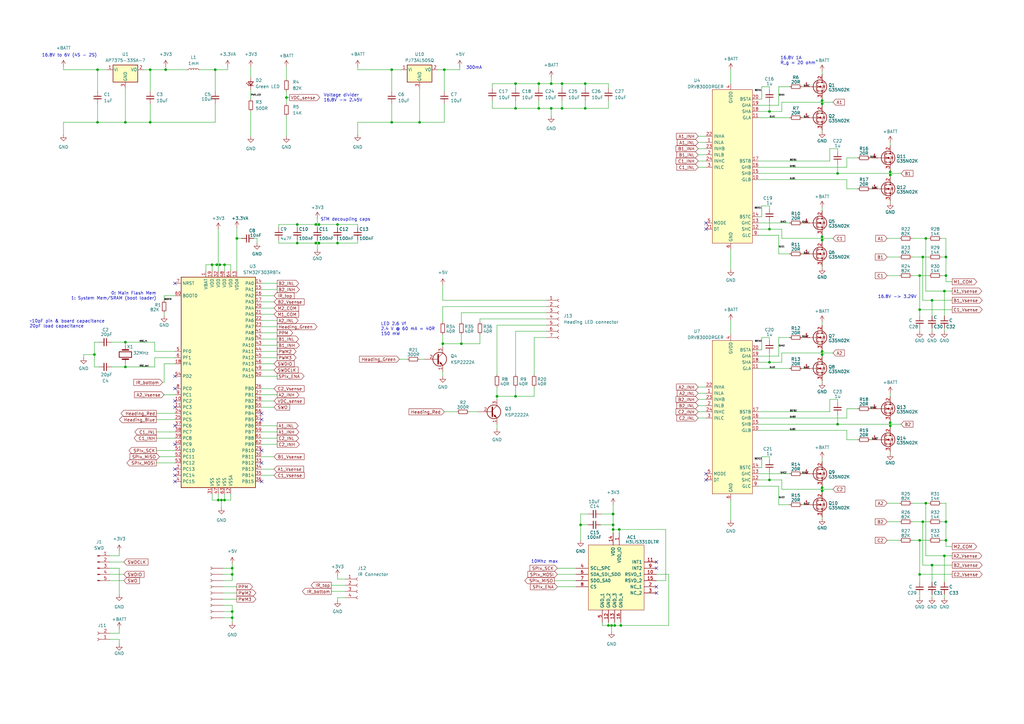
<source format=kicad_sch>
(kicad_sch (version 20211123) (generator eeschema)
  (paper "A3")
  (title_block (title "Melty Brain Schematic") (date "2022-11-13") (rev "1.1") (comment 1 "Value of C28-C33 TBD") (comment 2 "All G35N02K to be replaced by STD80N3LL"))
  (lib_symbols
    (symbol "Connector:Conn_01x01_Female" (pin_numbers hide) (pin_names (offset 1.016) hide)
      (property "Reference" "J" (at 0 2.54 0))
      (property "Value" "Conn_01x01_Female" (at 0 -2.54 0))
      (symbol "Conn_01x01_Female_1_1"
        (pin passive line (at -5.08 0 0) (length 3.81) (name "Pin_1") (number "1"))
      )
    )
    (symbol "Connector:Conn_01x02_Female" (pin_names (offset 1.016) hide)
      (property "Reference" "J" (at 0 2.54 0))
      (property "Value" "Conn_01x02_Female" (at 0 -5.08 0))
      (symbol "Conn_01x02_Female_1_1"
        (pin passive line (at -5.08 0 0) (length 3.81) (name "Pin_1") (number "1"))
        (pin passive line (at -5.08 -2.54 0) (length 3.81) (name "Pin_2") (number "2"))
      )
    )
    (symbol "Connector:Conn_01x04_Female" (pin_names (offset 1.016) hide)
      (property "Reference" "J" (at 0 5.08 0))
      (property "Value" "Conn_01x04_Female" (at 0 -7.62 0))
      (symbol "Conn_01x04_Female_1_1"
        (pin passive line (at -5.08 2.54 0) (length 3.81) (name "Pin_1") (number "1"))
        (pin passive line (at -5.08 0 0) (length 3.81) (name "Pin_2") (number "2"))
        (pin passive line (at -5.08 -2.54 0) (length 3.81) (name "Pin_3") (number "3"))
        (pin passive line (at -5.08 -5.08 0) (length 3.81) (name "Pin_4") (number "4"))
      )
    )
    (symbol "Connector:Conn_01x05_Male" (pin_names (offset 1.016) hide)
      (property "Reference" "J" (at 0 7.62 0))
      (property "Value" "Conn_01x05_Male" (at 0 -7.62 0))
      (symbol "Conn_01x05_Male_1_1"
        (pin passive line (at 5.08 5.08 180) (length 3.81) (name "Pin_1") (number "1"))
        (pin passive line (at 5.08 2.54 180) (length 3.81) (name "Pin_2") (number "2"))
        (pin passive line (at 5.08 0 180) (length 3.81) (name "Pin_3") (number "3"))
        (pin passive line (at 5.08 -2.54 180) (length 3.81) (name "Pin_4") (number "4"))
        (pin passive line (at 5.08 -5.08 180) (length 3.81) (name "Pin_5") (number "5"))
      )
    )
    (symbol "Connector:Conn_01x07_Female" (pin_names (offset 1.016) hide)
      (property "Reference" "J" (at 0 10.16 0))
      (property "Value" "Conn_01x07_Female" (at 0 -10.16 0))
      (symbol "Conn_01x07_Female_1_1"
        (pin passive line (at -5.08 7.62 0) (length 3.81) (name "Pin_1") (number "1"))
        (pin passive line (at -5.08 5.08 0) (length 3.81) (name "Pin_2") (number "2"))
        (pin passive line (at -5.08 2.54 0) (length 3.81) (name "Pin_3") (number "3"))
        (pin passive line (at -5.08 0 0) (length 3.81) (name "Pin_4") (number "4"))
        (pin passive line (at -5.08 -2.54 0) (length 3.81) (name "Pin_5") (number "5"))
        (pin passive line (at -5.08 -5.08 0) (length 3.81) (name "Pin_6") (number "6"))
        (pin passive line (at -5.08 -7.62 0) (length 3.81) (name "Pin_7") (number "7"))
      )
    )
    (symbol "Device:C_Small" (pin_numbers hide) (pin_names (offset 0.254) hide)
      (property "Reference" "C" (at 0.254 1.778 0))
      (property "Value" "C_Small" (at 0.254 -2.032 0))
      (symbol "C_Small_1_1"
        (pin passive line (at 0 2.54 270) (length 2.032) (name "~") (number "1"))
        (pin passive line (at 0 -2.54 90) (length 2.032) (name "~") (number "2"))
      )
    )
    (symbol "Device:Crystal" (pin_numbers hide) (pin_names (offset 1.016) hide)
      (property "Reference" "Y1" (at 4.445 0.635 90))
      (property "Value" "Crystal" (at 6.35 -1.27 90))
      (symbol "Crystal_1_1"
        (pin passive line (at -3.81 0 0) (length 1.27) (name "1") (number "1"))
        (pin passive line (at 3.81 0 180) (length 1.27) (name "3") (number "3"))
      )
    )
    (symbol "Device:LED_Small" (pin_numbers hide) (pin_names (offset 0.254) hide)
      (property "Reference" "D" (at -1.27 3.175 0))
      (property "Value" "LED_Small" (at -4.445 -2.54 0))
      (symbol "LED_Small_1_1"
        (pin passive line (at -2.54 0 0) (length 1.778) (name "K") (number "1"))
        (pin passive line (at 2.54 0 180) (length 1.778) (name "A") (number "2"))
      )
    )
    (symbol "Device:L_Small" (pin_numbers hide) (pin_names (offset 0.254) hide)
      (property "Reference" "L" (at 0.762 1.016 0))
      (property "Value" "L_Small" (at 0.762 -1.016 0))
      (symbol "L_Small_1_1"
        (pin passive line (at 0 2.54 270) (length 0.508) (name "~") (number "1"))
        (pin passive line (at 0 -2.54 90) (length 0.508) (name "~") (number "2"))
      )
    )
    (symbol "Device:Q_NMOS_GDS" (pin_names (offset 0) hide)
      (property "Reference" "Q" (at 5.08 1.27 0))
      (property "Value" "Q_NMOS_GDS" (at 5.08 -1.27 0))
      (symbol "Q_NMOS_GDS_1_1"
        (pin input line (at -5.08 0 0) (length 2.54) (name "G") (number "1"))
        (pin passive line (at 2.54 5.08 270) (length 2.54) (name "D") (number "2"))
        (pin passive line (at 2.54 -5.08 90) (length 2.54) (name "S") (number "3"))
      )
    )
    (symbol "Device:Q_NPN_EBC" (pin_names (offset 0) hide)
      (property "Reference" "Q" (at 5.08 1.27 0))
      (property "Value" "Q_NPN_EBC" (at 5.08 -1.27 0))
      (symbol "Q_NPN_EBC_1_1"
        (pin passive line (at 2.54 -5.08 90) (length 2.54) (name "E") (number "1"))
        (pin passive line (at -5.08 0 0) (length 5.715) (name "B") (number "2"))
        (pin passive line (at 2.54 5.08 270) (length 2.54) (name "C") (number "3"))
      )
    )
    (symbol "Device:R_Small" (pin_numbers hide) (pin_names (offset 0.254) hide)
      (property "Reference" "R" (at 0.762 0.508 0))
      (property "Value" "R_Small" (at 0.762 -1.016 0))
      (symbol "R_Small_1_1"
        (pin passive line (at 0 2.54 270) (length 0.762) (name "~") (number "1"))
        (pin passive line (at 0 -2.54 90) (length 0.762) (name "~") (number "2"))
      )
    )
    (symbol "MCU_ST_STM32F3:STM32F303RBTx"
      (property "Reference" "U" (at -15.24 44.45 0))
      (property "Value" "STM32F303RBTx" (at 10.16 44.45 0))
      (symbol "STM32F303RBTx_1_1"
        (pin power_in line (at -5.08 45.72 270) (length 2.54) (name "VBAT") (number "1"))
        (pin bidirectional line (at -17.78 -7.62 0) (length 2.54) (name "PC2") (number "10"))
        (pin bidirectional line (at -17.78 -10.16 0) (length 2.54) (name "PC3") (number "11"))
        (pin power_in line (at 5.08 -45.72 90) (length 2.54) (name "VSSA") (number "12"))
        (pin power_in line (at 7.62 45.72 270) (length 2.54) (name "VDDA") (number "13"))
        (pin bidirectional line (at 17.78 40.64 180) (length 2.54) (name "PA0") (number "14"))
        (pin bidirectional line (at 17.78 38.1 180) (length 2.54) (name "PA1") (number "15"))
        (pin bidirectional line (at 17.78 35.56 180) (length 2.54) (name "PA2") (number "16"))
        (pin bidirectional line (at 17.78 33.02 180) (length 2.54) (name "PA3") (number "17"))
        (pin bidirectional line (at -17.78 7.62 0) (length 2.54) (name "PF4") (number "18"))
        (pin power_in line (at -2.54 45.72 270) (length 2.54) (name "VDD") (number "19"))
        (pin bidirectional line (at -17.78 -35.56 0) (length 2.54) (name "PC13") (number "2"))
        (pin bidirectional line (at 17.78 30.48 180) (length 2.54) (name "PA4") (number "20"))
        (pin bidirectional line (at 17.78 27.94 180) (length 2.54) (name "PA5") (number "21"))
        (pin bidirectional line (at 17.78 25.4 180) (length 2.54) (name "PA6") (number "22"))
        (pin bidirectional line (at 17.78 22.86 180) (length 2.54) (name "PA7") (number "23"))
        (pin bidirectional line (at -17.78 -12.7 0) (length 2.54) (name "PC4") (number "24"))
        (pin bidirectional line (at -17.78 -15.24 0) (length 2.54) (name "PC5") (number "25"))
        (pin bidirectional line (at 17.78 -2.54 180) (length 2.54) (name "PB0") (number "26"))
        (pin bidirectional line (at 17.78 -5.08 180) (length 2.54) (name "PB1") (number "27"))
        (pin bidirectional line (at 17.78 -7.62 180) (length 2.54) (name "PB2") (number "28"))
        (pin bidirectional line (at 17.78 -27.94 180) (length 2.54) (name "PB10") (number "29"))
        (pin bidirectional line (at -17.78 -38.1 0) (length 2.54) (name "PC14") (number "3"))
        (pin bidirectional line (at 17.78 -30.48 180) (length 2.54) (name "PB11") (number "30"))
        (pin power_in line (at -2.54 -45.72 90) (length 2.54) (name "VSS") (number "31"))
        (pin power_in line (at 0 45.72 270) (length 2.54) (name "VDD") (number "32"))
        (pin bidirectional line (at 17.78 -33.02 180) (length 2.54) (name "PB12") (number "33"))
        (pin bidirectional line (at 17.78 -35.56 180) (length 2.54) (name "PB13") (number "34"))
        (pin bidirectional line (at 17.78 -38.1 180) (length 2.54) (name "PB14") (number "35"))
        (pin bidirectional line (at 17.78 -40.64 180) (length 2.54) (name "PB15") (number "36"))
        (pin bidirectional line (at -17.78 -17.78 0) (length 2.54) (name "PC6") (number "37"))
        (pin bidirectional line (at -17.78 -20.32 0) (length 2.54) (name "PC7") (number "38"))
        (pin bidirectional line (at -17.78 -22.86 0) (length 2.54) (name "PC8") (number "39"))
        (pin bidirectional line (at -17.78 -40.64 0) (length 2.54) (name "PC15") (number "4"))
        (pin bidirectional line (at -17.78 -25.4 0) (length 2.54) (name "PC9") (number "40"))
        (pin bidirectional line (at 17.78 20.32 180) (length 2.54) (name "PA8") (number "41"))
        (pin bidirectional line (at 17.78 17.78 180) (length 2.54) (name "PA9") (number "42"))
        (pin bidirectional line (at 17.78 15.24 180) (length 2.54) (name "PA10") (number "43"))
        (pin bidirectional line (at 17.78 12.7 180) (length 2.54) (name "PA11") (number "44"))
        (pin bidirectional line (at 17.78 10.16 180) (length 2.54) (name "PA12") (number "45"))
        (pin bidirectional line (at 17.78 7.62 180) (length 2.54) (name "PA13") (number "46"))
        (pin power_in line (at 0 -45.72 90) (length 2.54) (name "VSS") (number "47"))
        (pin power_in line (at 2.54 45.72 270) (length 2.54) (name "VDD") (number "48"))
        (pin bidirectional line (at 17.78 5.08 180) (length 2.54) (name "PA14") (number "49"))
        (pin input line (at -17.78 12.7 0) (length 2.54) (name "PF0") (number "5"))
        (pin bidirectional line (at 17.78 2.54 180) (length 2.54) (name "PA15") (number "50"))
        (pin bidirectional line (at -17.78 -27.94 0) (length 2.54) (name "PC10") (number "51"))
        (pin bidirectional line (at -17.78 -30.48 0) (length 2.54) (name "PC11") (number "52"))
        (pin bidirectional line (at -17.78 -33.02 0) (length 2.54) (name "PC12") (number "53"))
        (pin bidirectional line (at -17.78 2.54 0) (length 2.54) (name "PD2") (number "54"))
        (pin bidirectional line (at 17.78 -10.16 180) (length 2.54) (name "PB3") (number "55"))
        (pin bidirectional line (at 17.78 -12.7 180) (length 2.54) (name "PB4") (number "56"))
        (pin bidirectional line (at 17.78 -15.24 180) (length 2.54) (name "PB5") (number "57"))
        (pin bidirectional line (at 17.78 -17.78 180) (length 2.54) (name "PB6") (number "58"))
        (pin bidirectional line (at 17.78 -20.32 180) (length 2.54) (name "PB7") (number "59"))
        (pin input line (at -17.78 10.16 0) (length 2.54) (name "PF1") (number "6"))
        (pin input line (at -17.78 35.56 0) (length 2.54) (name "BOOT0") (number "60"))
        (pin bidirectional line (at 17.78 -22.86 180) (length 2.54) (name "PB8") (number "61"))
        (pin bidirectional line (at 17.78 -25.4 180) (length 2.54) (name "PB9") (number "62"))
        (pin power_in line (at 2.54 -45.72 90) (length 2.54) (name "VSS") (number "63"))
        (pin power_in line (at 5.08 45.72 270) (length 2.54) (name "VDD") (number "64"))
        (pin input line (at -17.78 40.64 0) (length 2.54) (name "NRST") (number "7"))
        (pin bidirectional line (at -17.78 -2.54 0) (length 2.54) (name "PC0") (number "8"))
        (pin bidirectional line (at -17.78 -5.08 0) (length 2.54) (name "PC1") (number "9"))
      )
    )
    (symbol "New_Library:DRV8300DRGER"
      (property "Reference" "U" (at -16.51 22.86 0))
      (property "Value" "DRV8300DRGER" (at -16.51 20.32 0))
      (symbol "DRV8300DRGER_0_0"
        (pin input line (at -10.16 11.43 0) (length 2.54) (name "INLA") (number "1"))
        (pin output line (at 11.43 -3.81 180) (length 2.54) (name "GLB") (number "10"))
        (pin output line (at 11.43 21.59 180) (length 2.54) (name "GLA") (number "11"))
        (pin output line (at 11.43 -24.13 180) (length 2.54) (name "SHC") (number "12"))
        (pin output line (at 11.43 -21.59 180) (length 2.54) (name "GHC") (number "13"))
        (pin output line (at 11.43 -19.05 180) (length 2.54) (name "BSTC") (number "14"))
        (pin output line (at 11.43 -1.27 180) (length 2.54) (name "SHB") (number "15"))
        (pin output line (at 11.43 1.27 180) (length 2.54) (name "GHB") (number "16"))
        (pin output line (at 11.43 3.81 180) (length 2.54) (name "BSTB") (number "17"))
        (pin output line (at 11.43 24.13 180) (length 2.54) (name "SHA") (number "18"))
        (pin output line (at 11.43 26.67 180) (length 2.54) (name "GHA") (number "19"))
        (pin input line (at -10.16 6.35 0) (length 2.54) (name "INLB") (number "2"))
        (pin output line (at 11.43 29.21 180) (length 2.54) (name "BSTA") (number "20"))
        (pin input line (at -10.16 -24.13 0) (length 2.54) (name "DT") (number "21"))
        (pin input line (at -10.16 13.97 0) (length 2.54) (name "INHA") (number "22"))
        (pin input line (at -10.16 8.89 0) (length 2.54) (name "INHB") (number "23"))
        (pin input line (at -10.16 3.81 0) (length 2.54) (name "INHC") (number "24"))
        (pin input line (at -10.16 1.27 0) (length 2.54) (name "INLC") (number "3"))
        (pin power_in line (at 0 35.56 270) (length 2.54) (name "GVDD") (number "4"))
        (pin input line (at -10.16 -21.59 0) (length 2.54) (name "MODE") (number "5"))
        (pin power_in line (at 0 -32.385 90) (length 2.54) (name "GND") (number "6"))
        (pin output line (at 11.43 -26.67 180) (length 2.54) (name "GLC") (number "9"))
      )
    )
    (symbol "New_Library:H3LIS331DLTR" (pin_names (offset 0.762))
      (property "Reference" "AC" (at 36.83 22.86 0))
      (property "Value" "H3LIS331DLTR" (at 36.83 20.32 0))
      (symbol "H3LIS331DLTR_0_0"
        (pin power_in line (at 17.78 14.605 270) (length 5.08) (name "VDD_IO") (number "1"))
        (pin passive line (at 33.02 -2.54 180) (length 5.08) (name "RSVD_1") (number "10"))
        (pin input line (at 33.02 2.54 180) (length 5.08) (name "INT1") (number "11"))
        (pin power_in line (at 13.335 -22.225 90) (length 5.08) (name "GND_2") (number "12"))
        (pin power_in line (at 15.875 -22.225 90) (length 5.08) (name "GND_3") (number "13"))
        (pin power_in line (at 15.24 14.605 270) (length 5.08) (name "VDD") (number "14"))
        (pin passive line (at 33.02 -5.08 180) (length 5.08) (name "RSVD_2") (number "15"))
        (pin power_in line (at 18.415 -22.225 90) (length 5.08) (name "GND_4") (number "16"))
        (pin passive line (at 33.02 -7.62 180) (length 5.08) (name "NC_1") (number "2"))
        (pin passive line (at 33.02 -10.16 180) (length 5.08) (name "NC_2") (number "3"))
        (pin passive line (at 0 0 0) (length 5.08) (name "SCL_SPC") (number "4"))
        (pin power_in line (at 10.795 -22.225 90) (length 5.08) (name "GND_1") (number "5"))
        (pin passive line (at 0 -2.54 0) (length 5.08) (name "SDA_SDI_SDO") (number "6"))
        (pin passive line (at 0 -5.08 0) (length 5.08) (name "SDO_SA0") (number "7"))
        (pin input line (at 0 -7.62 0) (length 5.08) (name "CS") (number "8"))
        (pin input line (at 33.02 0 180) (length 5.08) (name "INT2") (number "9"))
      )
    )
    (symbol "Regulator_Linear:AP7384-70SA" (pin_names (offset 0.254))
      (property "Reference" "U" (at -3.81 3.175 0))
      (property "Value" "AP7384-70SA" (at 0 3.175 0))
      (symbol "AP7384-70SA_1_1"
        (pin power_in line (at -7.62 0 0) (length 2.54) (name "VI") (number "1"))
        (pin power_out line (at 7.62 0 180) (length 2.54) (name "VO") (number "2"))
        (pin power_in line (at 0 -7.62 90) (length 2.54) (name "GND") (number "3"))
      )
    )
    (symbol "power:+3.3V" (power) (pin_names (offset 0))
      (property "Value" "+3.3V" (at 0 3.556 0))
      (symbol "+3.3V_1_1"
        (pin power_in line (at 0 0 90) (length 0) hide (name "+3V3") (number "1"))
      )
    )
    (symbol "power:+3.3VA" (power) (pin_names (offset 0))
      (property "Value" "+3.3VA" (at 0 3.556 0))
      (symbol "+3.3VA_1_1"
        (pin power_in line (at 0 0 90) (length 0) hide (name "+3.3VA") (number "1"))
      )
    )
    (symbol "power:+5V" (power) (pin_names (offset 0))
      (property "Value" "+5V" (at 0 3.556 0))
      (symbol "+5V_1_1"
        (pin power_in line (at 0 0 90) (length 0) hide (name "+5V") (number "1"))
      )
    )
    (symbol "power:+BATT" (power) (pin_names (offset 0))
      (property "Value" "+BATT" (at 0 3.556 0))
      (symbol "+BATT_1_1"
        (pin power_in line (at 0 0 90) (length 0) hide (name "+BATT") (number "1"))
      )
    )
    (symbol "power:GND" (power) (pin_names (offset 0))
      (property "Value" "GND" (at 0 -3.81 0))
      (symbol "GND_1_1"
        (pin power_in line (at 0 0 270) (length 0) hide (name "GND") (number "1"))
      )
    )
  )
  (junction (at 315.595 196.85))
  (junction (at 160.655 50.165))
  (junction (at 226.06 34.29))
  (junction (at 86.995 108.585))
  (junction (at 220.98 34.29))
  (junction (at 129.54 99.695))
  (junction (at 230.505 34.29))
  (junction (at 254.635 256.54))
  (junction (at 90.17 108.585))
  (junction (at 95.25 233.045))
  (junction (at 379.73 97.79))
  (junction (at 130.81 99.695))
  (junction (at 365.125 70.485))
  (junction (at 203.835 162.56))
  (junction (at 97.155 97.79))
  (junction (at 337.185 41.275))
  (junction (at 387.35 227.965))
  (junction (at 240.03 34.29))
  (junction (at 387.35 119.38))
  (junction (at 378.46 213.995))
  (junction (at 226.06 44.45))
  (junction (at 172.085 50.165))
  (junction (at 251.46 210.82))
  (junction (at 250.825 256.54))
  (junction (at 51.435 50.165))
  (junction (at 61.595 28.575))
  (junction (at 182.245 28.575))
  (junction (at 343.535 173.99))
  (junction (at 337.185 144.145))
  (junction (at 377.19 113.03))
  (junction (at 40.005 50.165))
  (junction (at 252.095 256.54))
  (junction (at 211.455 44.45))
  (junction (at 40.005 28.575))
  (junction (at 88.9 108.585))
  (junction (at 130.81 92.075))
  (junction (at 92.075 205.105))
  (junction (at 230.505 44.45))
  (junction (at 67.945 28.575))
  (junction (at 254 217.17))
  (junction (at 211.455 162.56))
  (junction (at 387.985 213.995))
  (junction (at 89.535 205.105))
  (junction (at 337.185 42.545))
  (junction (at 315.595 148.59))
  (junction (at 92.075 108.585))
  (junction (at 251.46 217.17))
  (junction (at 382.27 123.19))
  (junction (at 51.435 150.495))
  (junction (at 240.03 44.45))
  (junction (at 121.92 99.695))
  (junction (at 160.655 28.575))
  (junction (at 387.985 221.615))
  (junction (at 337.185 201.295))
  (junction (at 377.19 221.615))
  (junction (at 181.61 140.97))
  (junction (at 38.735 145.415))
  (junction (at 95.25 250.825))
  (junction (at 90.805 205.105))
  (junction (at 337.185 98.425))
  (junction (at 138.43 92.075))
  (junction (at 337.185 97.155))
  (junction (at 121.92 92.075))
  (junction (at 387.985 105.41))
  (junction (at 382.27 231.775))
  (junction (at 378.46 105.41))
  (junction (at 220.98 44.45))
  (junction (at 365.125 174.625))
  (junction (at 95.25 235.585))
  (junction (at 377.19 127))
  (junction (at 387.985 113.03))
  (junction (at 249.555 256.54))
  (junction (at 61.595 50.165))
  (junction (at 365.125 71.755))
  (junction (at 189.23 140.97))
  (junction (at 379.73 206.375))
  (junction (at 337.185 145.415))
  (junction (at 238.125 215.265))
  (junction (at 365.125 173.355))
  (junction (at 315.595 93.98))
  (junction (at 88.265 28.575))
  (junction (at 377.19 235.585))
  (junction (at 315.595 45.72))
  (junction (at 343.535 71.12))
  (junction (at 51.435 140.335))
  (junction (at 251.46 215.265))
  (junction (at 117.475 40.005))
  (junction (at 129.54 92.075))
  (junction (at 138.43 99.695))
  (junction (at 337.185 200.025))
  (junction (at 211.455 34.29))
  (junction (at 95.25 253.365))
  (no_connect (at 71.755 154.305))
  (no_connect (at 71.755 182.245))
  (no_connect (at 71.755 192.405))
  (no_connect (at 71.755 194.945))
  (no_connect (at 71.755 197.485))
  (no_connect (at 107.315 184.785))
  (no_connect (at 107.315 172.085))
  (no_connect (at 71.755 174.625))
  (no_connect (at 107.315 189.865))
  (no_connect (at 107.315 197.485))
  (no_connect (at 107.315 169.545))
  (no_connect (at 71.755 159.385))
  (no_connect (at 71.755 164.465))
  (no_connect (at 71.755 167.005))
  (no_connect (at 289.56 91.44))
  (no_connect (at 289.56 93.98))
  (no_connect (at 289.56 194.31))
  (no_connect (at 289.56 196.85))
  (no_connect (at 269.24 233.045))
  (no_connect (at 269.24 240.665))
  (no_connect (at 269.24 243.205))
  (no_connect (at 269.24 230.505))
  (no_connect (at 71.755 116.205))
  (wire (pts (xy 311.15 143.51) (xy 312.42 143.51)))
  (wire (pts (xy 387.985 213.995) (xy 387.985 221.615)))
  (wire (pts (xy 377.19 113.03) (xy 381 113.03)))
  (wire (pts (xy 274.32 256.54) (xy 254.635 256.54)))
  (wire (pts (xy 228.6 240.665) (xy 236.22 240.665)))
  (wire (pts (xy 337.185 97.155) (xy 337.185 98.425)))
  (wire (pts (xy 273.05 217.17) (xy 254 217.17)))
  (wire (pts (xy 319.405 96.52) (xy 319.405 104.14)))
  (wire (pts (xy 337.185 98.425) (xy 337.185 99.06)))
  (wire (pts (xy 117.475 40.005) (xy 117.475 42.545)))
  (wire (pts (xy 337.185 201.295) (xy 337.185 201.93)))
  (wire (pts (xy 390.525 123.19) (xy 382.27 123.19)))
  (wire (pts (xy 319.405 104.14) (xy 323.85 104.14)))
  (wire (pts (xy 45.085 235.585) (xy 50.8 235.585)))
  (wire (pts (xy 141.605 245.11) (xy 138.43 245.11)))
  (wire (pts (xy 386.08 206.375) (xy 387.985 206.375)))
  (wire (pts (xy 343.535 173.99) (xy 364.49 173.99)))
  (wire (pts (xy 337.82 97.79) (xy 341.63 97.79)))
  (wire (pts (xy 386.08 221.615) (xy 387.985 221.615)))
  (wire (pts (xy 130.175 102.235) (xy 130.175 100.33)))
  (wire (pts (xy 311.15 176.53) (xy 347.345 176.53)))
  (wire (pts (xy 320.675 196.85) (xy 315.595 196.85)))
  (wire (pts (xy 102.87 27.305) (xy 102.87 31.75)))
  (wire (pts (xy 201.93 34.29) (xy 211.455 34.29)))
  (wire (pts (xy 179.705 28.575) (xy 182.245 28.575)))
  (wire (pts (xy 312.42 35.56) (xy 315.595 35.56)))
  (wire (pts (xy 107.315 118.745) (xy 113.665 118.745)))
  (wire (pts (xy 254 217.17) (xy 254 218.44)))
  (wire (pts (xy 130.81 99.695) (xy 129.54 99.695)))
  (wire (pts (xy 312.42 187.325) (xy 312.42 191.77)))
  (wire (pts (xy 117.475 47.625) (xy 117.475 55.88)))
  (wire (pts (xy 311.15 151.13) (xy 323.85 151.13)))
  (wire (pts (xy 224.155 138.43) (xy 219.075 138.43)))
  (wire (pts (xy 107.315 177.165) (xy 113.665 177.165)))
  (wire (pts (xy 61.595 28.575) (xy 61.595 37.465)))
  (wire (pts (xy 273.05 238.125) (xy 273.05 217.17)))
  (wire (pts (xy 107.315 116.205) (xy 113.665 116.205)))
  (wire (pts (xy 328.93 91.44) (xy 329.565 91.44)))
  (wire (pts (xy 337.82 41.91) (xy 341.63 41.91)))
  (wire (pts (xy 226.06 34.29) (xy 230.505 34.29)))
  (wire (pts (xy 246.38 215.265) (xy 251.46 215.265)))
  (wire (pts (xy 107.315 187.325) (xy 112.395 187.325)))
  (wire (pts (xy 377.19 221.615) (xy 381 221.615)))
  (wire (pts (xy 228.6 233.045) (xy 236.22 233.045)))
  (wire (pts (xy 320.675 45.72) (xy 315.595 45.72)))
  (wire (pts (xy 95.25 253.365) (xy 95.25 255.27)))
  (wire (pts (xy 89.535 111.125) (xy 89.535 109.22)))
  (wire (pts (xy 374.015 213.995) (xy 378.46 213.995)))
  (wire (pts (xy 337.185 109.22) (xy 337.185 109.855)))
  (wire (pts (xy 247.015 256.54) (xy 249.555 256.54)))
  (wire (pts (xy 95.25 248.285) (xy 95.25 250.825)))
  (wire (pts (xy 45.085 230.505) (xy 50.8 230.505)))
  (wire (pts (xy 343.535 71.12) (xy 364.49 71.12)))
  (wire (pts (xy 386.08 213.995) (xy 387.985 213.995)))
  (wire (pts (xy 138.43 92.075) (xy 146.685 92.075)))
  (wire (pts (xy 312.42 84.455) (xy 312.42 88.9)))
  (wire (pts (xy 201.93 44.45) (xy 211.455 44.45)))
  (wire (pts (xy 182.245 42.545) (xy 182.245 50.165)))
  (wire (pts (xy 363.855 213.995) (xy 368.935 213.995)))
  (wire (pts (xy 181.61 137.16) (xy 181.61 140.97)))
  (wire (pts (xy 337.82 200.66) (xy 341.63 200.66)))
  (wire (pts (xy 387.35 119.38) (xy 379.73 119.38)))
  (wire (pts (xy 181.61 116.84) (xy 181.61 123.19)))
  (wire (pts (xy 182.245 28.575) (xy 182.245 37.465)))
  (wire (pts (xy 230.505 41.275) (xy 230.505 44.45)))
  (wire (pts (xy 356.87 77.47) (xy 357.505 77.47)))
  (wire (pts (xy 365.125 71.755) (xy 365.125 72.39)))
  (wire (pts (xy 188.595 28.575) (xy 188.595 27.305)))
  (wire (pts (xy 226.06 44.45) (xy 226.06 47.625)))
  (wire (pts (xy 337.82 41.91) (xy 337.185 42.545)))
  (wire (pts (xy 121.92 98.425) (xy 121.92 99.695)))
  (wire (pts (xy 386.08 97.79) (xy 387.985 97.79)))
  (wire (pts (xy 337.185 144.145) (xy 336.55 144.78)))
  (wire (pts (xy 105.41 97.79) (xy 104.14 97.79)))
  (wire (pts (xy 337.185 200.025) (xy 337.185 201.295)))
  (wire (pts (xy 336.55 144.78) (xy 320.675 144.78)))
  (wire (pts (xy 129.54 99.695) (xy 130.175 99.06)))
  (wire (pts (xy 378.46 213.995) (xy 381 213.995)))
  (wire (pts (xy 146.685 50.165) (xy 146.685 55.245)))
  (wire (pts (xy 160.655 42.545) (xy 160.655 50.165)))
  (wire (pts (xy 138.43 245.11) (xy 138.43 246.38)))
  (wire (pts (xy 379.73 119.38) (xy 379.73 97.79)))
  (wire (pts (xy 95.25 233.045) (xy 95.25 235.585)))
  (wire (pts (xy 337.185 42.545) (xy 337.185 43.18)))
  (wire (pts (xy 48.895 227.965) (xy 48.895 226.06)))
  (wire (pts (xy 382.27 123.19) (xy 382.27 129.54)))
  (wire (pts (xy 240.03 34.29) (xy 249.555 34.29)))
  (wire (pts (xy 63.5 144.145) (xy 71.755 144.145)))
  (wire (pts (xy 38.735 150.495) (xy 38.735 145.415)))
  (wire (pts (xy 107.315 164.465) (xy 112.395 164.465)))
  (wire (pts (xy 107.315 159.385) (xy 112.395 159.385)))
  (wire (pts (xy 337.185 85.09) (xy 337.185 86.36)))
  (wire (pts (xy 363.855 105.41) (xy 368.935 105.41)))
  (wire (pts (xy 26.035 50.165) (xy 40.005 50.165)))
  (wire (pts (xy 40.005 50.165) (xy 51.435 50.165)))
  (wire (pts (xy 328.93 35.56) (xy 329.565 35.56)))
  (wire (pts (xy 337.185 200.025) (xy 336.55 200.66)))
  (wire (pts (xy 211.455 44.45) (xy 220.98 44.45)))
  (wire (pts (xy 311.15 91.44) (xy 323.85 91.44)))
  (wire (pts (xy 315.595 144.78) (xy 315.595 148.59)))
  (wire (pts (xy 377.19 235.585) (xy 377.19 221.615)))
  (wire (pts (xy 26.035 50.165) (xy 26.035 55.245)))
  (wire (pts (xy 286.385 55.88) (xy 289.56 55.88)))
  (wire (pts (xy 315.595 187.325) (xy 312.42 187.325)))
  (wire (pts (xy 107.315 136.525) (xy 113.665 136.525)))
  (wire (pts (xy 89.535 93.98) (xy 89.535 107.95)))
  (wire (pts (xy 323.85 35.56) (xy 319.405 35.56)))
  (wire (pts (xy 347.345 176.53) (xy 347.345 180.34)))
  (wire (pts (xy 311.15 68.58) (xy 347.345 68.58)))
  (wire (pts (xy 336.55 200.66) (xy 320.675 200.66)))
  (wire (pts (xy 377.19 235.585) (xy 377.19 238.76)))
  (wire (pts (xy 356.87 180.34) (xy 357.505 180.34)))
  (wire (pts (xy 340.36 168.91) (xy 340.36 163.83)))
  (wire (pts (xy 84.455 111.125) (xy 84.455 108.585)))
  (wire (pts (xy 390.525 119.38) (xy 387.35 119.38)))
  (wire (pts (xy 365.76 71.12) (xy 365.125 71.755)))
  (wire (pts (xy 230.505 44.45) (xy 240.03 44.45)))
  (wire (pts (xy 91.44 240.665) (xy 97.155 240.665)))
  (wire (pts (xy 378.46 105.41) (xy 381 105.41)))
  (wire (pts (xy 121.92 92.075) (xy 121.92 93.345)))
  (wire (pts (xy 211.455 162.56) (xy 203.835 162.56)))
  (wire (pts (xy 114.3 92.075) (xy 121.92 92.075)))
  (wire (pts (xy 390.525 224.155) (xy 387.985 224.155)))
  (wire (pts (xy 286.385 63.5) (xy 289.56 63.5)))
  (wire (pts (xy 328.93 151.13) (xy 329.565 151.13)))
  (wire (pts (xy 64.135 184.785) (xy 71.755 184.785)))
  (wire (pts (xy 240.03 41.275) (xy 240.03 44.45)))
  (wire (pts (xy 337.185 29.21) (xy 337.185 30.48)))
  (wire (pts (xy 269.24 235.585) (xy 274.32 235.585)))
  (wire (pts (xy 107.315 144.145) (xy 113.665 144.145)))
  (wire (pts (xy 91.44 245.745) (xy 97.155 245.745)))
  (wire (pts (xy 390.525 231.775) (xy 382.27 231.775)))
  (wire (pts (xy 340.36 60.96) (xy 343.535 60.96)))
  (wire (pts (xy 286.385 158.75) (xy 289.56 158.75)))
  (wire (pts (xy 203.835 133.35) (xy 203.835 153.67)))
  (wire (pts (xy 107.315 133.985) (xy 113.665 133.985)))
  (wire (pts (xy 337.185 156.21) (xy 337.185 156.845)))
  (wire (pts (xy 315.595 138.43) (xy 315.595 139.7)))
  (wire (pts (xy 107.315 126.365) (xy 112.395 126.365)))
  (wire (pts (xy 238.125 215.265) (xy 241.3 215.265)))
  (wire (pts (xy 189.23 137.16) (xy 189.23 140.97)))
  (wire (pts (xy 311.15 40.64) (xy 312.42 40.64)))
  (wire (pts (xy 94.615 202.565) (xy 94.615 205.105)))
  (wire (pts (xy 312.42 88.9) (xy 311.15 88.9)))
  (wire (pts (xy 45.085 233.045) (xy 48.895 233.045)))
  (wire (pts (xy 249.555 256.54) (xy 250.825 256.54)))
  (wire (pts (xy 315.595 84.455) (xy 312.42 84.455)))
  (wire (pts (xy 189.23 128.27) (xy 189.23 132.08)))
  (wire (pts (xy 51.435 140.335) (xy 45.72 140.335)))
  (wire (pts (xy 315.595 93.98) (xy 311.15 93.98)))
  (wire (pts (xy 91.44 238.125) (xy 95.25 238.125)))
  (wire (pts (xy 337.185 96.52) (xy 337.185 97.155)))
  (wire (pts (xy 48.895 262.255) (xy 48.895 264.16)))
  (wire (pts (xy 51.435 150.495) (xy 45.72 150.495)))
  (wire (pts (xy 146.685 99.695) (xy 138.43 99.695)))
  (wire (pts (xy 219.075 162.56) (xy 211.455 162.56)))
  (wire (pts (xy 249.555 44.45) (xy 240.03 44.45)))
  (wire (pts (xy 34.29 145.415) (xy 34.29 146.685)))
  (wire (pts (xy 45.085 262.255) (xy 48.895 262.255)))
  (wire (pts (xy 286.385 168.91) (xy 289.56 168.91)))
  (wire (pts (xy 254 217.17) (xy 251.46 217.17)))
  (wire (pts (xy 88.265 50.165) (xy 88.265 42.545)))
  (wire (pts (xy 220.98 41.275) (xy 220.98 44.45)))
  (wire (pts (xy 252.095 255.27) (xy 252.095 256.54)))
  (wire (pts (xy 240.03 34.29) (xy 240.03 36.195)))
  (wire (pts (xy 311.15 199.39) (xy 319.405 199.39)))
  (wire (pts (xy 315.595 85.725) (xy 315.595 84.455)))
  (wire (pts (xy 365.125 173.355) (xy 364.49 173.99)))
  (wire (pts (xy 107.315 141.605) (xy 113.665 141.605)))
  (wire (pts (xy 88.265 37.465) (xy 88.265 28.575)))
  (wire (pts (xy 107.315 179.705) (xy 113.665 179.705)))
  (wire (pts (xy 328.93 138.43) (xy 329.565 138.43)))
  (wire (pts (xy 315.595 90.805) (xy 315.595 93.98)))
  (wire (pts (xy 105.41 99.695) (xy 105.41 97.79)))
  (wire (pts (xy 340.36 66.04) (xy 340.36 60.96)))
  (wire (pts (xy 211.455 41.275) (xy 211.455 44.45)))
  (wire (pts (xy 26.035 28.575) (xy 26.035 27.305)))
  (wire (pts (xy 249.555 34.29) (xy 249.555 36.195)))
  (wire (pts (xy 315.595 35.56) (xy 315.595 36.83)))
  (wire (pts (xy 211.455 135.89) (xy 211.455 153.67)))
  (wire (pts (xy 67.31 156.845) (xy 66.675 156.845)))
  (wire (pts (xy 365.125 70.485) (xy 365.125 71.755)))
  (wire (pts (xy 182.245 28.575) (xy 188.595 28.575)))
  (wire (pts (xy 107.315 123.825) (xy 112.395 123.825)))
  (wire (pts (xy 365.125 82.55) (xy 365.125 83.185)))
  (wire (pts (xy 182.245 168.91) (xy 187.325 168.91)))
  (wire (pts (xy 377.19 243.84) (xy 377.19 245.11)))
  (wire (pts (xy 363.855 97.79) (xy 368.935 97.79)))
  (wire (pts (xy 254.635 256.54) (xy 254.635 255.27)))
  (wire (pts (xy 63.5 146.685) (xy 63.5 150.495)))
  (wire (pts (xy 90.805 205.105) (xy 90.805 208.28)))
  (wire (pts (xy 107.315 131.445) (xy 113.665 131.445)))
  (wire (pts (xy 340.36 163.83) (xy 343.535 163.83)))
  (wire (pts (xy 387.35 227.965) (xy 379.73 227.965)))
  (wire (pts (xy 88.9 108.585) (xy 90.17 108.585)))
  (wire (pts (xy 226.06 31.75) (xy 226.06 34.29)))
  (wire (pts (xy 91.44 253.365) (xy 95.25 253.365)))
  (wire (pts (xy 107.315 151.765) (xy 112.395 151.765)))
  (wire (pts (xy 64.135 172.085) (xy 71.755 172.085)))
  (wire (pts (xy 181.61 140.97) (xy 181.61 142.24)))
  (wire (pts (xy 249.555 255.27) (xy 249.555 256.54)))
  (wire (pts (xy 107.315 139.065) (xy 113.665 139.065)))
  (wire (pts (xy 374.015 113.03) (xy 377.19 113.03)))
  (wire (pts (xy 365.76 173.99) (xy 365.125 174.625)))
  (wire (pts (xy 319.405 138.43) (xy 319.405 146.05)))
  (wire (pts (xy 95.25 231.14) (xy 95.25 233.045)))
  (wire (pts (xy 319.405 207.01) (xy 323.85 207.01)))
  (wire (pts (xy 40.005 28.575) (xy 43.815 28.575)))
  (wire (pts (xy 251.46 207.01) (xy 251.46 210.82)))
  (wire (pts (xy 65.405 187.325) (xy 71.755 187.325)))
  (wire (pts (xy 181.61 125.73) (xy 224.155 125.73)))
  (wire (pts (xy 351.79 167.64) (xy 347.345 167.64)))
  (wire (pts (xy 117.475 27.305) (xy 117.475 32.385)))
  (wire (pts (xy 374.015 97.79) (xy 379.73 97.79)))
  (wire (pts (xy 107.315 167.005) (xy 112.395 167.005)))
  (wire (pts (xy 337.185 53.34) (xy 337.185 53.975)))
  (wire (pts (xy 311.15 194.31) (xy 323.85 194.31)))
  (wire (pts (xy 365.125 69.85) (xy 365.125 70.485)))
  (wire (pts (xy 181.61 125.73) (xy 181.61 132.08)))
  (wire (pts (xy 286.385 166.37) (xy 289.56 166.37)))
  (wire (pts (xy 315.595 196.85) (xy 311.15 196.85)))
  (wire (pts (xy 51.435 149.225) (xy 51.435 150.495)))
  (wire (pts (xy 90.17 108.585) (xy 92.075 108.585)))
  (wire (pts (xy 337.185 41.275) (xy 337.185 42.545)))
  (wire (pts (xy 374.015 221.615) (xy 377.19 221.615)))
  (wire (pts (xy 387.985 206.375) (xy 387.985 213.995)))
  (wire (pts (xy 230.505 34.29) (xy 230.505 36.195)))
  (wire (pts (xy 337.185 145.415) (xy 337.185 146.05)))
  (wire (pts (xy 107.315 174.625) (xy 113.665 174.625)))
  (wire (pts (xy 203.835 158.75) (xy 203.835 162.56)))
  (wire (pts (xy 59.055 28.575) (xy 61.595 28.575)))
  (wire (pts (xy 299.72 131.445) (xy 299.72 137.16)))
  (wire (pts (xy 86.995 205.105) (xy 89.535 205.105)))
  (wire (pts (xy 387.985 105.41) (xy 387.985 113.03)))
  (wire (pts (xy 94.615 205.105) (xy 92.075 205.105)))
  (wire (pts (xy 311.15 168.91) (xy 340.36 168.91)))
  (wire (pts (xy 45.085 227.965) (xy 48.895 227.965)))
  (wire (pts (xy 88.9 108.585) (xy 89.535 107.95)))
  (wire (pts (xy 286.385 68.58) (xy 289.56 68.58)))
  (wire (pts (xy 320.675 148.59) (xy 315.595 148.59)))
  (wire (pts (xy 88.265 28.575) (xy 93.345 28.575)))
  (wire (pts (xy 138.43 92.075) (xy 138.43 93.345)))
  (wire (pts (xy 299.72 205.105) (xy 299.72 213.36)))
  (wire (pts (xy 365.125 58.42) (xy 365.125 59.69)))
  (wire (pts (xy 228.6 235.585) (xy 236.22 235.585)))
  (wire (pts (xy 64.135 189.865) (xy 71.755 189.865)))
  (wire (pts (xy 226.06 44.45) (xy 230.505 44.45)))
  (wire (pts (xy 224.155 133.35) (xy 203.835 133.35)))
  (wire (pts (xy 274.32 235.585) (xy 274.32 256.54)))
  (wire (pts (xy 337.185 187.96) (xy 337.185 189.23)))
  (wire (pts (xy 26.035 28.575) (xy 40.005 28.575)))
  (wire (pts (xy 286.385 60.96) (xy 289.56 60.96)))
  (wire (pts (xy 220.98 44.45) (xy 226.06 44.45)))
  (wire (pts (xy 320.675 97.79) (xy 320.675 93.98)))
  (wire (pts (xy 224.155 135.89) (xy 211.455 135.89)))
  (wire (pts (xy 211.455 34.29) (xy 220.98 34.29)))
  (wire (pts (xy 63.5 140.335) (xy 63.5 144.145)))
  (wire (pts (xy 299.72 102.235) (xy 299.72 110.49)))
  (wire (pts (xy 315.595 193.675) (xy 315.595 196.85)))
  (wire (pts (xy 251.46 217.17) (xy 251.46 218.44)))
  (wire (pts (xy 45.085 259.715) (xy 48.895 259.715)))
  (wire (pts (xy 337.185 212.09) (xy 337.185 212.725)))
  (wire (pts (xy 117.475 37.465) (xy 117.475 40.005)))
  (wire (pts (xy 286.385 161.29) (xy 289.56 161.29)))
  (wire (pts (xy 311.15 96.52) (xy 319.405 96.52)))
  (wire (pts (xy 377.19 127) (xy 377.19 113.03)))
  (wire (pts (xy 347.345 167.64) (xy 347.345 171.45)))
  (wire (pts (xy 363.855 113.03) (xy 368.935 113.03)))
  (wire (pts (xy 319.405 43.18) (xy 311.15 43.18)))
  (wire (pts (xy 48.895 233.045) (xy 48.895 243.84)))
  (wire (pts (xy 238.125 210.82) (xy 241.3 210.82)))
  (wire (pts (xy 319.405 199.39) (xy 319.405 207.01)))
  (wire (pts (xy 312.42 138.43) (xy 315.595 138.43)))
  (wire (pts (xy 387.985 115.57) (xy 387.985 113.03)))
  (wire (pts (xy 387.985 224.155) (xy 387.985 221.615)))
  (wire (pts (xy 356.87 64.77) (xy 357.505 64.77)))
  (wire (pts (xy 337.185 97.155) (xy 336.55 97.79)))
  (wire (pts (xy 387.985 97.79) (xy 387.985 105.41)))
  (wire (pts (xy 91.44 250.825) (xy 95.25 250.825)))
  (wire (pts (xy 92.075 108.585) (xy 92.075 111.125)))
  (wire (pts (xy 203.835 173.99) (xy 203.835 175.895)))
  (wire (pts (xy 67.31 161.925) (xy 71.755 161.925)))
  (wire (pts (xy 63.5 146.685) (xy 71.755 146.685)))
  (wire (pts (xy 114.3 99.695) (xy 114.3 98.425)))
  (wire (pts (xy 129.54 92.075) (xy 130.81 92.075)))
  (wire (pts (xy 130.175 89.535) (xy 130.175 91.44)))
  (wire (pts (xy 130.175 100.33) (xy 130.81 99.695)))
  (wire (pts (xy 286.385 58.42) (xy 289.56 58.42)))
  (wire (pts (xy 92.075 205.105) (xy 90.805 205.105)))
  (wire (pts (xy 337.185 40.64) (xy 337.185 41.275)))
  (wire (pts (xy 67.31 128.27) (xy 67.31 129.54)))
  (wire (pts (xy 365.125 70.485) (xy 364.49 71.12)))
  (wire (pts (xy 220.98 34.29) (xy 220.98 36.195)))
  (wire (pts (xy 323.85 138.43) (xy 319.405 138.43)))
  (wire (pts (xy 94.615 108.585) (xy 94.615 111.125)))
  (wire (pts (xy 311.15 173.99) (xy 343.535 173.99)))
  (wire (pts (xy 172.085 50.165) (xy 182.245 50.165)))
  (wire (pts (xy 91.44 235.585) (xy 95.25 235.585)))
  (wire (pts (xy 211.455 34.29) (xy 211.455 36.195)))
  (wire (pts (xy 320.675 200.66) (xy 320.675 196.85)))
  (wire (pts (xy 363.855 206.375) (xy 368.935 206.375)))
  (wire (pts (xy 99.06 97.79) (xy 97.155 97.79)))
  (wire (pts (xy 382.27 231.775) (xy 378.46 231.775)))
  (wire (pts (xy 328.93 207.01) (xy 329.565 207.01)))
  (wire (pts (xy 64.135 169.545) (xy 71.755 169.545)))
  (wire (pts (xy 387.35 119.38) (xy 387.35 129.54)))
  (wire (pts (xy 382.27 243.84) (xy 382.27 245.11)))
  (wire (pts (xy 347.345 180.34) (xy 351.79 180.34)))
  (wire (pts (xy 196.85 140.97) (xy 189.23 140.97)))
  (wire (pts (xy 311.15 171.45) (xy 347.345 171.45)))
  (wire (pts (xy 365.125 161.29) (xy 365.125 162.56)))
  (wire (pts (xy 63.5 140.335) (xy 51.435 140.335)))
  (wire (pts (xy 378.46 231.775) (xy 378.46 213.995)))
  (wire (pts (xy 61.595 28.575) (xy 67.945 28.575)))
  (wire (pts (xy 189.23 128.27) (xy 224.155 128.27)))
  (wire (pts (xy 251.46 210.82) (xy 251.46 215.265)))
  (wire (pts (xy 67.31 123.19) (xy 67.31 121.285)))
  (wire (pts (xy 337.185 199.39) (xy 337.185 200.025)))
  (wire (pts (xy 135.89 242.57) (xy 141.605 242.57)))
  (wire (pts (xy 390.525 227.965) (xy 387.35 227.965)))
  (wire (pts (xy 146.685 28.575) (xy 160.655 28.575)))
  (wire (pts (xy 337.82 200.66) (xy 337.185 201.295)))
  (wire (pts (xy 93.345 28.575) (xy 93.345 27.305)))
  (wire (pts (xy 286.385 66.04) (xy 289.56 66.04)))
  (wire (pts (xy 196.85 137.16) (xy 196.85 140.97)))
  (wire (pts (xy 86.995 108.585) (xy 88.9 108.585)))
  (wire (pts (xy 160.655 28.575) (xy 160.655 37.465)))
  (wire (pts (xy 382.27 123.19) (xy 378.46 123.19)))
  (wire (pts (xy 81.915 28.575) (xy 88.265 28.575)))
  (wire (pts (xy 51.435 36.195) (xy 51.435 50.165)))
  (wire (pts (xy 181.61 123.19) (xy 224.155 123.19)))
  (wire (pts (xy 311.15 48.26) (xy 323.85 48.26)))
  (wire (pts (xy 48.895 259.715) (xy 48.895 257.81)))
  (wire (pts (xy 107.315 121.285) (xy 112.395 121.285)))
  (wire (pts (xy 67.31 149.225) (xy 67.31 156.845)))
  (wire (pts (xy 102.87 36.83) (xy 102.87 40.64)))
  (wire (pts (xy 107.315 128.905) (xy 112.395 128.905)))
  (wire (pts (xy 250.825 256.54) (xy 252.095 256.54)))
  (wire (pts (xy 337.185 144.145) (xy 337.185 145.415)))
  (wire (pts (xy 328.93 194.31) (xy 329.565 194.31)))
  (wire (pts (xy 390.525 235.585) (xy 377.19 235.585)))
  (wire (pts (xy 130.81 92.075) (xy 138.43 92.075)))
  (wire (pts (xy 219.075 158.75) (xy 219.075 162.56)))
  (wire (pts (xy 343.535 67.31) (xy 343.535 71.12)))
  (wire (pts (xy 86.995 108.585) (xy 86.995 111.125)))
  (wire (pts (xy 343.535 60.96) (xy 343.535 62.23)))
  (wire (pts (xy 38.735 150.495) (xy 40.64 150.495)))
  (wire (pts (xy 356.87 167.64) (xy 357.505 167.64)))
  (wire (pts (xy 347.345 64.77) (xy 347.345 68.58)))
  (wire (pts (xy 160.655 28.575) (xy 164.465 28.575)))
  (wire (pts (xy 146.685 50.165) (xy 160.655 50.165)))
  (wire (pts (xy 343.535 170.18) (xy 343.535 173.99)))
  (wire (pts (xy 337.82 97.79) (xy 337.185 98.425)))
  (wire (pts (xy 91.44 248.285) (xy 95.25 248.285)))
  (wire (pts (xy 64.135 177.165) (xy 71.755 177.165)))
  (wire (pts (xy 61.595 42.545) (xy 61.595 50.165)))
  (wire (pts (xy 387.35 134.62) (xy 387.35 135.89)))
  (wire (pts (xy 286.385 171.45) (xy 289.56 171.45)))
  (wire (pts (xy 336.55 41.91) (xy 320.675 41.91)))
  (wire (pts (xy 92.075 108.585) (xy 94.615 108.585)))
  (wire (pts (xy 365.125 172.72) (xy 365.125 173.355)))
  (wire (pts (xy 107.315 149.225) (xy 112.395 149.225)))
  (wire (pts (xy 129.54 92.075) (xy 130.175 91.44)))
  (wire (pts (xy 312.42 143.51) (xy 312.42 138.43)))
  (wire (pts (xy 365.76 71.12) (xy 369.57 71.12)))
  (wire (pts (xy 320.675 93.98) (xy 315.595 93.98)))
  (wire (pts (xy 247.015 255.27) (xy 247.015 256.54)))
  (wire (pts (xy 135.89 240.03) (xy 141.605 240.03)))
  (wire (pts (xy 365.76 173.99) (xy 369.57 173.99)))
  (wire (pts (xy 386.08 113.03) (xy 387.985 113.03)))
  (wire (pts (xy 319.405 146.05) (xy 311.15 146.05)))
  (wire (pts (xy 337.185 41.275) (xy 336.55 41.91)))
  (wire (pts (xy 64.135 179.705) (xy 71.755 179.705)))
  (wire (pts (xy 107.315 182.245) (xy 113.665 182.245)))
  (wire (pts (xy 387.35 227.965) (xy 387.35 238.76)))
  (wire (pts (xy 382.27 231.775) (xy 382.27 238.76)))
  (wire (pts (xy 107.315 194.945) (xy 112.395 194.945)))
  (wire (pts (xy 390.525 115.57) (xy 387.985 115.57)))
  (wire (pts (xy 347.345 73.66) (xy 347.345 77.47)))
  (wire (pts (xy 40.005 28.575) (xy 40.005 37.465)))
  (wire (pts (xy 315.595 188.595) (xy 315.595 187.325)))
  (wire (pts (xy 386.08 105.41) (xy 387.985 105.41)))
  (wire (pts (xy 196.85 130.81) (xy 224.155 130.81)))
  (wire (pts (xy 97.155 93.345) (xy 97.155 97.79)))
  (wire (pts (xy 312.42 40.64) (xy 312.42 35.56)))
  (wire (pts (xy 363.855 221.615) (xy 368.935 221.615)))
  (wire (pts (xy 319.405 35.56) (xy 319.405 43.18)))
  (wire (pts (xy 311.15 66.04) (xy 340.36 66.04)))
  (wire (pts (xy 130.175 98.425) (xy 130.175 99.06)))
  (wire (pts (xy 163.83 147.32) (xy 167.005 147.32)))
  (wire (pts (xy 121.92 92.075) (xy 129.54 92.075)))
  (wire (pts (xy 379.73 227.965) (xy 379.73 206.375)))
  (wire (pts (xy 203.835 162.56) (xy 203.835 163.83)))
  (wire (pts (xy 250.825 256.54) (xy 250.825 259.08)))
  (wire (pts (xy 63.5 150.495) (xy 51.435 150.495)))
  (wire (pts (xy 201.93 36.195) (xy 201.93 34.29)))
  (wire (pts (xy 172.085 36.195) (xy 172.085 50.165)))
  (wire (pts (xy 89.535 109.22) (xy 90.17 108.585)))
  (wire (pts (xy 220.98 34.29) (xy 226.06 34.29)))
  (wire (pts (xy 107.315 192.405) (xy 112.395 192.405)))
  (wire (pts (xy 196.85 130.81) (xy 196.85 132.08)))
  (wire (pts (xy 84.455 108.585) (xy 86.995 108.585)))
  (wire (pts (xy 374.015 105.41) (xy 378.46 105.41)))
  (wire (pts (xy 138.43 98.425) (xy 138.43 99.695)))
  (wire (pts (xy 311.15 71.12) (xy 343.535 71.12)))
  (wire (pts (xy 320.675 41.91) (xy 320.675 45.72)))
  (wire (pts (xy 351.79 64.77) (xy 347.345 64.77)))
  (wire (pts (xy 337.82 144.78) (xy 337.185 145.415)))
  (wire (pts (xy 251.46 215.265) (xy 251.46 217.17)))
  (wire (pts (xy 382.27 134.62) (xy 382.27 135.89)))
  (wire (pts (xy 146.685 98.425) (xy 146.685 99.695)))
  (wire (pts (xy 227.33 238.125) (xy 236.22 238.125)))
  (wire (pts (xy 107.315 154.305) (xy 113.665 154.305)))
  (wire (pts (xy 138.43 237.49) (xy 138.43 236.22)))
  (wire (pts (xy 172.085 147.32) (xy 173.99 147.32)))
  (wire (pts (xy 201.93 44.45) (xy 201.93 41.275)))
  (wire (pts (xy 121.92 99.695) (xy 114.3 99.695)))
  (wire (pts (xy 377.19 134.62) (xy 377.19 135.89)))
  (wire (pts (xy 67.31 121.285) (xy 71.755 121.285)))
  (wire (pts (xy 67.945 28.575) (xy 76.835 28.575)))
  (wire (pts (xy 315.595 41.91) (xy 315.595 45.72)))
  (wire (pts (xy 379.73 206.375) (xy 381 206.375)))
  (wire (pts (xy 129.54 99.695) (xy 121.92 99.695)))
  (wire (pts (xy 246.38 210.82) (xy 251.46 210.82)))
  (wire (pts (xy 365.125 185.42) (xy 365.125 186.055)))
  (wire (pts (xy 192.405 168.91) (xy 196.215 168.91)))
  (wire (pts (xy 91.44 233.045) (xy 95.25 233.045)))
  (wire (pts (xy 219.075 138.43) (xy 219.075 153.67)))
  (wire (pts (xy 89.535 205.105) (xy 90.805 205.105)))
  (wire (pts (xy 320.675 144.78) (xy 320.675 148.59)))
  (wire (pts (xy 269.24 238.125) (xy 273.05 238.125)))
  (wire (pts (xy 286.385 163.83) (xy 289.56 163.83)))
  (wire (pts (xy 45.085 238.125) (xy 50.8 238.125)))
  (wire (pts (xy 102.87 45.72) (xy 102.87 55.88)))
  (wire (pts (xy 67.945 28.575) (xy 67.945 27.305)))
  (wire (pts (xy 95.25 235.585) (xy 95.25 238.125)))
  (wire (pts (xy 146.685 92.075) (xy 146.685 93.345)))
  (wire (pts (xy 337.185 132.08) (xy 337.185 133.35)))
  (wire (pts (xy 337.185 143.51) (xy 337.185 144.145)))
  (wire (pts (xy 34.29 145.415) (xy 38.735 145.415)))
  (wire (pts (xy 328.93 104.14) (xy 329.565 104.14)))
  (wire (pts (xy 107.315 146.685) (xy 113.665 146.685)))
  (wire (pts (xy 117.475 40.005) (xy 118.745 40.005)))
  (wire (pts (xy 138.43 99.695) (xy 130.81 99.695)))
  (wire (pts (xy 89.535 202.565) (xy 89.535 205.105)))
  (wire (pts (xy 238.125 221.615) (xy 238.125 215.265)))
  (wire (pts (xy 347.345 77.47) (xy 351.79 77.47)))
  (wire (pts (xy 181.61 152.4) (xy 181.61 154.305)))
  (wire (pts (xy 249.555 41.275) (xy 249.555 44.45)))
  (wire (pts (xy 365.125 173.355) (xy 365.125 174.625)))
  (wire (pts (xy 299.72 28.575) (xy 299.72 34.29)))
  (wire (pts (xy 315.595 148.59) (xy 311.15 148.59)))
  (wire (pts (xy 379.73 97.79) (xy 381 97.79)))
  (wire (pts (xy 86.995 202.565) (xy 86.995 205.105)))
  (wire (pts (xy 365.125 174.625) (xy 365.125 175.26)))
  (wire (pts (xy 311.15 73.66) (xy 347.345 73.66)))
  (wire (pts (xy 343.535 163.83) (xy 343.535 165.1)))
  (wire (pts (xy 238.125 215.265) (xy 238.125 210.82)))
  (wire (pts (xy 141.605 237.49) (xy 138.43 237.49)))
  (wire (pts (xy 315.595 45.72) (xy 311.15 45.72)))
  (wire (pts (xy 336.55 97.79) (xy 320.675 97.79)))
  (wire (pts (xy 97.155 97.79) (xy 97.155 111.125)))
  (wire (pts (xy 172.085 50.165) (xy 160.655 50.165)))
  (wire (pts (xy 312.42 191.77) (xy 311.15 191.77)))
  (wire (pts (xy 328.93 48.26) (xy 329.565 48.26)))
  (wire (pts (xy 51.435 50.165) (xy 61.595 50.165)))
  (wire (pts (xy 95.25 250.825) (xy 95.25 253.365)))
  (wire (pts (xy 337.82 144.78) (xy 341.63 144.78)))
  (wire (pts (xy 378.46 123.19) (xy 378.46 105.41)))
  (wire (pts (xy 92.075 202.565) (xy 92.075 205.105)))
  (wire (pts (xy 38.735 140.335) (xy 40.64 140.335)))
  (wire (pts (xy 189.23 140.97) (xy 181.61 140.97)))
  (wire (pts (xy 107.315 161.925) (xy 113.665 161.925)))
  (wire (pts (xy 130.175 93.345) (xy 130.175 92.71)))
  (wire (pts (xy 38.735 145.415) (xy 38.735 140.335)))
  (wire (pts (xy 390.525 127) (xy 377.19 127)))
  (wire (pts (xy 40.005 42.545) (xy 40.005 50.165)))
  (wire (pts (xy 252.095 256.54) (xy 254.635 256.54)))
  (wire (pts (xy 51.435 140.335) (xy 51.435 141.605)))
  (wire (pts (xy 377.19 127) (xy 377.19 129.54)))
  (wire (pts (xy 211.455 158.75) (xy 211.455 162.56)))
  (wire (pts (xy 91.44 243.205) (xy 97.155 243.205)))
  (wire (pts (xy 146.685 28.575) (xy 146.685 27.305)))
  (wire (pts (xy 230.505 34.29) (xy 240.03 34.29)))
  (wire (pts (xy 71.755 149.225) (xy 67.31 149.225)))
  (wire (pts (xy 61.595 50.165) (xy 88.265 50.165)))
  (wire (pts (xy 130.175 92.71) (xy 130.81 92.075)))
  (wire (pts (xy 387.35 243.84) (xy 387.35 245.11)))
  (wire (pts (xy 374.015 206.375) (xy 379.73 206.375)))
  (wire (pts (xy 114.3 93.345) (xy 114.3 92.075)))
  (text "16.8V 1A\nR_g = 20 ohm" (at 320.04 26.67 0) (effects (font (size 1.27 1.27)) (justify left bottom)))
  (text "LED 2.6 Vf\n2.4 V @ 60 mA = 40R\n150 mW" (at 156.21 137.795 0) (effects (font (size 1.27 1.27)) (justify left bottom)))
  (text "16.8V -> 3.29V" (at 360.045 122.555 0) (effects (font (size 1.27 1.27)) (justify left bottom)))
  (text "~10pF pin & board capacitance\n20pF load capacitance" (at 12.065 134.62 0) (effects (font (size 1.27 1.27)) (justify left bottom)))
  (text "300mA" (at 191.135 28.575 0) (effects (font (size 1.27 1.27)) (justify left bottom)))
  (text "10Mhz max" (at 217.805 231.14 0) (effects (font (size 1.27 1.27)) (justify left bottom)))
  (text "STM decoupling caps" (at 131.445 90.805 0) (effects (font (size 1.27 1.27)) (justify left bottom)))
  (text "Voltage divider\n16.8V -> 2.45V" (at 132.715 41.91 0) (effects (font (size 1.27 1.27)) (justify left bottom)))
  (text "16.8V to 6V (4S - 2S)\n" (at 17.145 23.495 0) (effects (font (size 1.27 1.27)) (justify left bottom)))
  (text "0: Main Flash Mem\n1: System Mem/SRAM (boot loader)" (at 64.135 123.19 0) (effects (font (size 1.27 1.27)) (justify right bottom)))
  (label "GLA1" (at 315.595 48.26 0) (effects (font (size 0.6 0.6))))
  (label "GLC1'" (at 329.565 104.14 0) (effects (font (size 0.6 0.6))))
  (label "GLB1'" (at 357.505 77.47 0) (effects (font (size 0.6 0.6))))
  (label "GHB2'" (at 356.87 167.64 0) (effects (font (size 0.6 0.6))))
  (label "BSTB2" (at 323.85 168.91 0) (effects (font (size 0.6 0.6))))
  (label "PWR_LED" (at 102.87 39.37 0) (effects (font (size 0.6 0.6))))
  (label "GHB1" (at 323.85 68.58 0) (effects (font (size 0.6 0.6))))
  (label "BSTB1" (at 323.85 66.04 0) (effects (font (size 0.6 0.6))))
  (label "BSTC2" (at 312.42 188.595 180) (effects (font (size 0.6 0.6))))
  (label "GLC2" (at 319.405 204.47 0) (effects (font (size 0.6 0.6))))
  (label "GLC2'" (at 329.565 207.01 0) (effects (font (size 0.6 0.6))))
  (label "GHC2'" (at 328.93 194.31 0) (effects (font (size 0.6 0.6))))
  (label "GHC1'" (at 328.93 91.44 0) (effects (font (size 0.6 0.6))))
  (label "GHA1'" (at 329.565 35.56 0) (effects (font (size 0.6 0.6))))
  (label "GLA2'" (at 329.565 151.13 0) (effects (font (size 0.6 0.6))))
  (label "GHC1" (at 320.04 91.44 0) (effects (font (size 0.6 0.6))))
  (label "GHC2" (at 320.04 194.31 0) (effects (font (size 0.6 0.6))))
  (label "GHB1'" (at 356.87 64.77 0) (effects (font (size 0.6 0.6))))
  (label "GLC1" (at 319.405 101.6 0) (effects (font (size 0.6 0.6))))
  (label "GLB1" (at 323.85 73.66 0) (effects (font (size 0.6 0.6))))
  (label "GLA1'" (at 329.565 48.26 0) (effects (font (size 0.6 0.6))))
  (label "OSC_in" (at 57.15 140.335 0) (effects (font (size 0.6 0.6))))
  (label "BSTC1" (at 312.42 85.725 180) (effects (font (size 0.6 0.6))))
  (label "GLA2" (at 315.595 151.13 0) (effects (font (size 0.6 0.6))))
  (label "GLB2'" (at 357.505 180.34 0) (effects (font (size 0.6 0.6))))
  (label "BSTA1" (at 312.42 37.465 180) (effects (font (size 0.6 0.6))))
  (label "BSTA2" (at 312.42 140.335 180) (effects (font (size 0.6 0.6))))
  (label "BOOT0" (at 67.31 123.19 0) (effects (font (size 0.6 0.6))))
  (label "OSC_out" (at 57.15 150.495 0) (effects (font (size 0.6 0.6))))
  (label "GHB2" (at 323.85 171.45 0) (effects (font (size 0.6 0.6))))
  (label "GLB2" (at 323.85 176.53 0) (effects (font (size 0.6 0.6))))
  (label "GHA2" (at 319.405 142.24 0) (effects (font (size 0.6 0.6))))
  (label "GHA2'" (at 328.93 138.43 0) (effects (font (size 0.6 0.6))))
  (label "GHA1" (at 319.405 39.37 0) (effects (font (size 0.6 0.6))))
  (global_label "IR_top" (shape output) (at 135.89 240.03 180) (property "Intersheet References" "${INTERSHEET_REFS}" (effects hide)))
  (global_label "SPIx_MISO" (shape output) (at 227.33 238.125 180) (property "Intersheet References" "${INTERSHEET_REFS}" (effects hide)))
  (global_label "C1" (shape input) (at 363.855 113.03 180) (property "Intersheet References" "${INTERSHEET_REFS}" (effects hide)))
  (global_label "PWM2" (shape output) (at 97.155 243.205 0) (property "Intersheet References" "${INTERSHEET_REFS}" (effects hide)))
  (global_label "Heading_Green" (shape input) (at 163.83 147.32 180) (property "Intersheet References" "${INTERSHEET_REFS}" (effects hide)))
  (global_label "C1_INL" (shape output) (at 64.135 177.165 180) (property "Intersheet References" "${INTERSHEET_REFS}" (effects hide)))
  (global_label "SWO" (shape input) (at 50.8 238.125 0) (property "Intersheet References" "${INTERSHEET_REFS}" (effects hide)))
  (global_label "PWM3" (shape output) (at 97.155 245.745 0) (property "Intersheet References" "${INTERSHEET_REFS}" (effects hide)))
  (global_label "C2" (shape input) (at 341.63 200.66 0) (property "Intersheet References" "${INTERSHEET_REFS}" (effects hide)))
  (global_label "A1" (shape input) (at 363.855 97.79 180) (property "Intersheet References" "${INTERSHEET_REFS}" (effects hide)))
  (global_label "C2_Vsense" (shape input) (at 112.395 159.385 0) (property "Intersheet References" "${INTERSHEET_REFS}" (effects hide)))
  (global_label "B2" (shape input) (at 369.57 173.99 0) (property "Intersheet References" "${INTERSHEET_REFS}" (effects hide)))
  (global_label "B1_INH" (shape output) (at 113.665 141.605 0) (property "Intersheet References" "${INTERSHEET_REFS}" (effects hide)))
  (global_label "SPIx_MISO" (shape input) (at 65.405 187.325 180) (property "Intersheet References" "${INTERSHEET_REFS}" (effects hide)))
  (global_label "B2_INL" (shape output) (at 113.665 116.205 0) (property "Intersheet References" "${INTERSHEET_REFS}" (effects hide)))
  (global_label "SPIx_SCK" (shape input) (at 228.6 233.045 180) (property "Intersheet References" "${INTERSHEET_REFS}" (effects hide)))
  (global_label "Heading_Red" (shape input) (at 182.245 168.91 180) (property "Intersheet References" "${INTERSHEET_REFS}" (effects hide)))
  (global_label "A2_INL" (shape output) (at 113.665 131.445 0) (property "Intersheet References" "${INTERSHEET_REFS}" (effects hide)))
  (global_label "M2_COM" (shape output) (at 390.525 224.155 0) (property "Intersheet References" "${INTERSHEET_REFS}" (effects hide)))
  (global_label "A2_INH" (shape output) (at 113.665 161.925 0) (property "Intersheet References" "${INTERSHEET_REFS}" (effects hide)))
  (global_label "IR_bottom" (shape input) (at 66.675 156.845 180) (property "Intersheet References" "${INTERSHEET_REFS}" (effects hide)))
  (global_label "C1_Vsense" (shape input) (at 112.395 194.945 0) (property "Intersheet References" "${INTERSHEET_REFS}" (effects hide)))
  (global_label "B2_INH" (shape output) (at 113.665 118.745 0) (property "Intersheet References" "${INTERSHEET_REFS}" (effects hide)))
  (global_label "IR_top" (shape input) (at 112.395 121.285 0) (property "Intersheet References" "${INTERSHEET_REFS}" (effects hide)))
  (global_label "C1_Vsense" (shape output) (at 390.525 127 0) (property "Intersheet References" "${INTERSHEET_REFS}" (effects hide)))
  (global_label "VDC_sense" (shape output) (at 118.745 40.005 0) (property "Intersheet References" "${INTERSHEET_REFS}" (effects hide)))
  (global_label "A1_INL" (shape input) (at 286.385 58.42 180) (property "Intersheet References" "${INTERSHEET_REFS}" (effects hide)))
  (global_label "M1_COM" (shape output) (at 390.525 115.57 0) (property "Intersheet References" "${INTERSHEET_REFS}" (effects hide)))
  (global_label "C2_INL" (shape output) (at 113.665 179.705 0) (property "Intersheet References" "${INTERSHEET_REFS}" (effects hide)))
  (global_label "SPIx_ENA" (shape input) (at 228.6 240.665 180) (property "Intersheet References" "${INTERSHEET_REFS}" (effects hide)))
  (global_label "C1_INH" (shape output) (at 64.135 179.705 180) (property "Intersheet References" "${INTERSHEET_REFS}" (effects hide)))
  (global_label "PWM3" (shape output) (at 113.665 146.685 0) (property "Intersheet References" "${INTERSHEET_REFS}" (effects hide)))
  (global_label "B1_INL" (shape input) (at 286.385 63.5 180) (property "Intersheet References" "${INTERSHEET_REFS}" (effects hide)))
  (global_label "Heading_Blue" (shape output) (at 64.135 172.085 180) (property "Intersheet References" "${INTERSHEET_REFS}" (effects hide)))
  (global_label "SWDCLK" (shape input) (at 50.8 230.505 0) (property "Intersheet References" "${INTERSHEET_REFS}" (effects hide)))
  (global_label "M2_COM" (shape input) (at 112.395 126.365 0) (property "Intersheet References" "${INTERSHEET_REFS}" (effects hide)))
  (global_label "SPIx_ENA" (shape output) (at 113.665 154.305 0) (property "Intersheet References" "${INTERSHEET_REFS}" (effects hide)))
  (global_label "SPIx_MOSI" (shape input) (at 228.6 235.585 180) (property "Intersheet References" "${INTERSHEET_REFS}" (effects hide)))
  (global_label "SPIx_MOSI" (shape output) (at 64.135 189.865 180) (property "Intersheet References" "${INTERSHEET_REFS}" (effects hide)))
  (global_label "Heading_Green" (shape output) (at 113.665 133.985 0) (property "Intersheet References" "${INTERSHEET_REFS}" (effects hide)))
  (global_label "Heading_Red" (shape output) (at 64.135 169.545 180) (property "Intersheet References" "${INTERSHEET_REFS}" (effects hide)))
  (global_label "A1_INL" (shape output) (at 113.665 174.625 0) (property "Intersheet References" "${INTERSHEET_REFS}" (effects hide)))
  (global_label "M1_COM" (shape input) (at 112.395 128.905 0) (property "Intersheet References" "${INTERSHEET_REFS}" (effects hide)))
  (global_label "A2" (shape input) (at 363.855 206.375 180) (property "Intersheet References" "${INTERSHEET_REFS}" (effects hide)))
  (global_label "C2" (shape input) (at 363.855 221.615 180) (property "Intersheet References" "${INTERSHEET_REFS}" (effects hide)))
  (global_label "IR_bottom" (shape output) (at 135.89 242.57 180) (property "Intersheet References" "${INTERSHEET_REFS}" (effects hide)))
  (global_label "A1_Vsense" (shape input) (at 112.395 192.405 0) (property "Intersheet References" "${INTERSHEET_REFS}" (effects hide)))
  (global_label "C1_INL" (shape input) (at 286.385 68.58 180) (property "Intersheet References" "${INTERSHEET_REFS}" (effects hide)))
  (global_label "A1" (shape input) (at 341.63 41.91 0) (property "Intersheet References" "${INTERSHEET_REFS}" (effects hide)))
  (global_label "B1" (shape input) (at 369.57 71.12 0) (property "Intersheet References" "${INTERSHEET_REFS}" (effects hide)))
  (global_label "A2_Vsense" (shape output) (at 390.525 227.965 0) (property "Intersheet References" "${INTERSHEET_REFS}" (effects hide)))
  (global_label "SWDCLK" (shape input) (at 112.395 151.765 0) (property "Intersheet References" "${INTERSHEET_REFS}" (effects hide)))
  (global_label "C2_Vsense" (shape output) (at 390.525 235.585 0) (property "Intersheet References" "${INTERSHEET_REFS}" (effects hide)))
  (global_label "PWM2" (shape output) (at 113.665 144.145 0) (property "Intersheet References" "${INTERSHEET_REFS}" (effects hide)))
  (global_label "A2" (shape input) (at 341.63 144.78 0) (property "Intersheet References" "${INTERSHEET_REFS}" (effects hide)))
  (global_label "SWDIO" (shape input) (at 112.395 149.225 0) (property "Intersheet References" "${INTERSHEET_REFS}" (effects hide)))
  (global_label "C2_INH" (shape output) (at 113.665 182.245 0) (property "Intersheet References" "${INTERSHEET_REFS}" (effects hide)))
  (global_label "A2_Vsense" (shape input) (at 67.31 161.925 180) (property "Intersheet References" "${INTERSHEET_REFS}" (effects hide)))
  (global_label "A1_INH" (shape input) (at 286.385 55.88 180) (property "Intersheet References" "${INTERSHEET_REFS}" (effects hide)))
  (global_label "B2_INH" (shape input) (at 286.385 163.83 180) (property "Intersheet References" "${INTERSHEET_REFS}" (effects hide)))
  (global_label "B2_Vsense" (shape input) (at 112.395 123.825 0) (property "Intersheet References" "${INTERSHEET_REFS}" (effects hide)))
  (global_label "C1_INH" (shape input) (at 286.385 66.04 180) (property "Intersheet References" "${INTERSHEET_REFS}" (effects hide)))
  (global_label "B1_INH" (shape input) (at 286.385 60.96 180) (property "Intersheet References" "${INTERSHEET_REFS}" (effects hide)))
  (global_label "C2_INL" (shape input) (at 286.385 171.45 180) (property "Intersheet References" "${INTERSHEET_REFS}" (effects hide)))
  (global_label "B1_Vsense" (shape output) (at 390.525 123.19 0) (property "Intersheet References" "${INTERSHEET_REFS}" (effects hide)))
  (global_label "A2_INH" (shape input) (at 286.385 158.75 180) (property "Intersheet References" "${INTERSHEET_REFS}" (effects hide)))
  (global_label "B2" (shape input) (at 363.855 213.995 180) (property "Intersheet References" "${INTERSHEET_REFS}" (effects hide)))
  (global_label "B2_INL" (shape input) (at 286.385 166.37 180) (property "Intersheet References" "${INTERSHEET_REFS}" (effects hide)))
  (global_label "A1_Vsense" (shape output) (at 390.525 119.38 0) (property "Intersheet References" "${INTERSHEET_REFS}" (effects hide)))
  (global_label "B1_INL" (shape output) (at 113.665 139.065 0) (property "Intersheet References" "${INTERSHEET_REFS}" (effects hide)))
  (global_label "A2_INL" (shape input) (at 286.385 161.29 180) (property "Intersheet References" "${INTERSHEET_REFS}" (effects hide)))
  (global_label "VDC_sense" (shape input) (at 112.395 164.465 0) (property "Intersheet References" "${INTERSHEET_REFS}" (effects hide)))
  (global_label "SWO" (shape input) (at 112.395 167.005 0) (property "Intersheet References" "${INTERSHEET_REFS}" (effects hide)))
  (global_label "PPM" (shape output) (at 113.665 136.525 0) (property "Intersheet References" "${INTERSHEET_REFS}" (effects hide)))
  (global_label "SWDIO" (shape input) (at 50.8 235.585 0) (property "Intersheet References" "${INTERSHEET_REFS}" (effects hide)))
  (global_label "B2_Vsense" (shape output) (at 390.525 231.775 0) (property "Intersheet References" "${INTERSHEET_REFS}" (effects hide)))
  (global_label "PPM" (shape output) (at 97.155 240.665 0) (property "Intersheet References" "${INTERSHEET_REFS}" (effects hide)))
  (global_label "C1" (shape input) (at 341.63 97.79 0) (property "Intersheet References" "${INTERSHEET_REFS}" (effects hide)))
  (global_label "C2_INH" (shape input) (at 286.385 168.91 180) (property "Intersheet References" "${INTERSHEET_REFS}" (effects hide)))
  (global_label "B1_Vsense" (shape input) (at 112.395 187.325 0) (property "Intersheet References" "${INTERSHEET_REFS}" (effects hide)))
  (global_label "A1_INH" (shape output) (at 113.665 177.165 0) (property "Intersheet References" "${INTERSHEET_REFS}" (effects hide)))
  (global_label "B1" (shape input) (at 363.855 105.41 180) (property "Intersheet References" "${INTERSHEET_REFS}" (effects hide)))
  (global_label "SPIx_SCK" (shape output) (at 64.135 184.785 180) (property "Intersheet References" "${INTERSHEET_REFS}" (effects hide)))
  (symbol (lib_id "power:+BATT") (at 299.72 131.445 0) (unit 1)
    (property "Reference" "#PWR0138" (effects hide))
    (property "Value" "+BATT" (at 299.72 127 0))
  )
  (symbol (lib_id "Device:Q_NMOS_GDS") (at 334.645 207.01 0) (unit 1)
    (property "Reference" "Q10" (at 339.725 206.375 0) (effects (justify left)))
    (property "Value" "G35N02K" (at 339.725 208.28 0) (effects (justify left)))
    (property "Footprint" "Package_TO_SOT_SMD:TO-252-2" (effects hide))
  )
  (symbol (lib_id "power:+BATT") (at 299.72 28.575 0) (unit 1)
    (property "Reference" "#PWR0107" (effects hide))
    (property "Value" "+BATT" (at 299.72 24.13 0))
  )
  (symbol (lib_id "Device:R_Small") (at 67.31 125.73 0) (unit 1)
    (property "Reference" "R1" (at 64.77 125.095 0))
    (property "Value" "82K" (at 63.5 127 0))
    (property "Footprint" "Resistor_SMD:R_0402_1005Metric" (effects hide))
  )
  (symbol (lib_id "power:+3.3V") (at 48.895 226.06 0) (unit 1)
    (property "Reference" "#PWR0136" (effects hide))
    (property "Value" "+3.3V" (at 48.895 220.98 0))
  )
  (symbol (lib_id "power:GND") (at 48.895 264.16 0) (unit 1)
    (property "Reference" "#PWR0115" (effects hide))
    (property "Value" "GND" (at 48.895 267.97 0))
  )
  (symbol (lib_id "power:+BATT") (at 117.475 27.305 0) (unit 1)
    (property "Reference" "#PWR0126" (effects hide))
    (property "Value" "+BATT" (at 117.475 22.86 0))
  )
  (symbol (lib_id "power:GND") (at 138.43 246.38 0) (unit 1)
    (property "Reference" "#PWR0112" (effects hide))
    (property "Value" "GND" (at 138.43 250.825 0))
  )
  (symbol (lib_id "Device:C_Small") (at 243.84 215.265 270) (unit 1)
    (property "Reference" "C15" (at 241.935 218.44 90) (effects (justify left)))
    (property "Value" "100nF" (at 240.665 220.345 90) (effects (justify left)))
    (property "Footprint" "Capacitor_SMD:C_0402_1005Metric" (effects hide))
  )
  (symbol (lib_id "Device:R_Small") (at 326.39 35.56 90) (unit 1)
    (property "Reference" "R6" (at 326.39 31.75 90))
    (property "Value" "20R" (at 326.39 33.655 90))
    (property "Footprint" "Resistor_SMD:R_0402_1005Metric" (effects hide))
  )
  (symbol (lib_id "power:+3.3V") (at 251.46 207.01 0) (unit 1)
    (property "Reference" "#PWR0101" (effects hide))
    (property "Value" "+3.3V" (at 251.46 201.93 0))
  )
  (symbol (lib_id "power:+3.3V") (at 89.535 93.98 0) (unit 1)
    (property "Reference" "#PWR0130" (effects hide))
    (property "Value" "+3.3V" (at 89.535 89.535 0))
  )
  (symbol (lib_id "power:+BATT") (at 337.185 85.09 0) (unit 1)
    (property "Reference" "#PWR0143" (effects hide))
    (property "Value" "+BATT" (at 337.185 80.645 0))
  )
  (symbol (lib_id "power:GND") (at 117.475 55.88 0) (unit 1)
    (property "Reference" "#PWR0125" (effects hide))
    (property "Value" "GND" (at 117.475 60.325 0))
  )
  (symbol (lib_id "Device:R_Small") (at 117.475 34.925 0) (unit 1)
    (property "Reference" "R4" (at 120.015 33.6549 0) (effects (justify left)))
    (property "Value" "82K" (at 120.015 36.1949 0) (effects (justify left)))
    (property "Footprint" "Resistor_SMD:R_0402_1005Metric" (effects hide))
  )
  (symbol (lib_id "power:GND") (at 337.185 156.845 0) (unit 1)
    (property "Reference" "#PWR0144" (effects hide))
    (property "Value" "GND" (at 337.185 160.655 0))
  )
  (symbol (lib_id "Device:C_Small") (at 201.93 38.735 0) (unit 1)
    (property "Reference" "C17" (at 204.47 37.4712 0) (effects (justify left)))
    (property "Value" "10uF" (at 204.47 40.0112 0) (effects (justify left)))
    (property "Footprint" "Capacitor_SMD:C_1206_3216Metric" (effects hide))
  )
  (symbol (lib_id "power:+BATT") (at 337.185 132.08 0) (unit 1)
    (property "Reference" "#PWR0139" (effects hide))
    (property "Value" "+BATT" (at 337.185 127.635 0))
  )
  (symbol (lib_id "Regulator_Linear:AP7384-70SA") (at 172.085 28.575 0) (unit 1)
    (property "Reference" "U10" (at 172.085 22.225 0))
    (property "Value" "PJ73AL50SQ" (at 172.085 24.765 0))
    (property "Footprint" "Package_TO_SOT_SMD:SOT-89-3" (effects hide))
    (property "Datasheet" "http://www.ti.com/lit/ds/symlink/lm1117.pdf" (effects hide))
  )
  (symbol (lib_id "Device:C_Small") (at 182.245 40.005 0) (unit 1)
    (property "Reference" "C7" (at 184.785 38.7412 0) (effects (justify left)))
    (property "Value" "10uF" (at 184.785 41.2812 0) (effects (justify left)))
    (property "Footprint" "Capacitor_SMD:C_0402_1005Metric" (effects hide))
  )
  (symbol (lib_id "Device:C_Small") (at 382.27 132.08 0) (unit 1)
    (property "Reference" "C30" (at 382.905 133.985 0) (effects (justify left)))
    (property "Value" "C" (at 382.905 130.175 0) (effects (justify left)))
    (property "Footprint" "Capacitor_SMD:C_0402_1005Metric" (effects hide))
  )
  (symbol (lib_id "Device:R_Small") (at 219.075 156.21 0) (unit 1)
    (property "Reference" "R20" (at 222.25 155.575 0))
    (property "Value" "40R" (at 222.25 157.48 0))
    (property "Footprint" "Resistor_SMD:R_0402_1005Metric" (effects hide))
  )
  (symbol (lib_id "Device:R_Small") (at 371.475 221.615 90) (unit 1)
    (property "Reference" "R27" (at 371.475 217.805 90))
    (property "Value" "82K" (at 371.475 219.71 90))
    (property "Footprint" "Resistor_SMD:R_0402_1005Metric" (effects hide))
  )
  (symbol (lib_id "Device:R_Small") (at 383.54 113.03 90) (unit 1)
    (property "Reference" "R30" (at 383.54 109.22 90))
    (property "Value" "14K" (at 383.54 111.125 90))
    (property "Footprint" "Resistor_SMD:R_0402_1005Metric" (effects hide))
  )
  (symbol (lib_id "Device:R_Small") (at 326.39 138.43 90) (unit 1)
    (property "Reference" "R12" (at 326.39 134.62 90))
    (property "Value" "20R" (at 326.39 136.525 90))
    (property "Footprint" "Resistor_SMD:R_0402_1005Metric" (effects hide))
  )
  (symbol (lib_id "power:GND") (at 337.185 109.855 0) (unit 1)
    (property "Reference" "#PWR0140" (effects hide))
    (property "Value" "GND" (at 337.185 113.665 0))
  )
  (symbol (lib_id "power:GND") (at 26.035 55.245 0) (unit 1)
    (property "Reference" "#PWR0121" (effects hide))
    (property "Value" "GND" (at 26.035 60.325 0))
  )
  (symbol (lib_id "Device:C_Small") (at 130.175 95.885 0) (unit 1)
    (property "Reference" "C11" (at 130.81 93.98 0) (effects (justify left)))
    (property "Value" "100nF" (at 130.81 97.79 0) (effects (justify left)))
    (property "Footprint" "Capacitor_SMD:C_0402_1005Metric" (effects hide))
  )
  (symbol (lib_id "Device:R_Small") (at 354.33 180.34 90) (unit 1)
    (property "Reference" "R19" (at 354.33 176.53 90))
    (property "Value" "20R" (at 354.33 178.435 90))
    (property "Footprint" "Resistor_SMD:R_0402_1005Metric" (effects hide))
  )
  (symbol (lib_id "Connector:Conn_01x01_Female") (at 86.36 253.365 180) (unit 1)
    (property "Reference" "J10" (effects hide))
    (property "Value" "Conn_01x01_Female" (effects hide))
    (property "Footprint" "Connector_Wire:SolderWirePad_1x01_SMD_1x2mm" (effects hide))
  )
  (symbol (lib_id "Device:C_Small") (at 43.18 150.495 270) (unit 1)
    (property "Reference" "C4" (at 41.91 156.21 90) (effects (justify left)))
    (property "Value" "20pF" (at 41.275 153.67 90) (effects (justify left)))
    (property "Footprint" "Capacitor_SMD:C_0402_1005Metric" (effects hide))
  )
  (symbol (lib_id "New_Library:DRV8300DRGER") (at 299.72 172.72 0) (unit 1)
    (property "Reference" "U7" (at 284.48 135.89 0) (effects (justify left)))
    (property "Value" "DRV8300DRGER" (at 281.94 138.43 0) (effects (justify left)))
    (property "Footprint" "Package_DFN_QFN:VQFN-24-1EP_4x4mm_P0.5mm_EP2.45x2.45mm" (effects hide))
  )
  (symbol (lib_id "power:GND") (at 130.175 102.235 0) (unit 1)
    (property "Reference" "#PWR0133" (effects hide))
    (property "Value" "GND" (at 130.175 106.045 0))
  )
  (symbol (lib_id "Connector:Conn_01x01_Female") (at 86.36 245.745 180) (unit 1)
    (property "Reference" "J7" (effects hide))
    (property "Value" "Conn_01x01_Female" (effects hide))
    (property "Footprint" "Connector_Wire:SolderWirePad_1x01_SMD_1x2mm" (effects hide))
  )
  (symbol (lib_id "Device:L_Small") (at 79.375 28.575 90) (unit 1)
    (property "Reference" "L1" (at 79.375 23.495 90))
    (property "Value" "1mH" (at 79.375 26.035 90))
    (property "Footprint" "Inductor_SMD:L_1210_3225Metric" (effects hide))
  )
  (symbol (lib_id "Device:C_Small") (at 377.19 241.3 0) (unit 1)
    (property "Reference" "C29" (at 372.11 243.205 0) (effects (justify left)))
    (property "Value" "C" (at 372.745 240.665 0) (effects (justify left)))
    (property "Footprint" "Capacitor_SMD:C_0402_1005Metric" (effects hide))
  )
  (symbol (lib_id "Connector:Conn_01x01_Female") (at 86.36 233.045 180) (unit 1)
    (property "Reference" "J2" (effects hide))
    (property "Value" "Conn_01x01_Female" (effects hide))
    (property "Footprint" "Connector_Wire:SolderWirePad_1x01_SMD_1x2mm" (effects hide))
  )
  (symbol (lib_id "Device:Q_NPN_EBC") (at 179.07 147.32 0) (unit 1)
    (property "Reference" "Q4" (at 184.785 146.0499 0) (effects (justify left)))
    (property "Value" "KSP2222A" (at 184.785 148.5899 0) (effects (justify left)))
    (property "Footprint" "Package_TO_SOT_THT:TO-92_Inline" (effects hide))
  )
  (symbol (lib_id "Device:R_Small") (at 326.39 151.13 90) (unit 1)
    (property "Reference" "R13" (at 326.39 147.32 90))
    (property "Value" "20R" (at 326.39 149.225 90))
    (property "Footprint" "Resistor_SMD:R_0402_1005Metric" (effects hide))
  )
  (symbol (lib_id "power:GND") (at 382.27 135.89 0) (unit 1)
    (property "Reference" "#PWR06" (effects hide))
    (property "Value" "GND" (at 382.27 139.7 0))
  )
  (symbol (lib_id "power:GND") (at 377.19 245.11 0) (unit 1)
    (property "Reference" "#PWR05" (effects hide))
    (property "Value" "GND" (at 377.19 248.92 0))
  )
  (symbol (lib_id "power:+BATT") (at 337.185 29.21 0) (unit 1)
    (property "Reference" "#PWR0106" (effects hide))
    (property "Value" "+BATT" (at 337.185 24.765 0))
  )
  (symbol (lib_id "Device:Q_NPN_EBC") (at 201.295 168.91 0) (unit 1)
    (property "Reference" "Q3" (at 207.01 167.6399 0) (effects (justify left)))
    (property "Value" "KSP2222A" (at 207.01 170.1799 0) (effects (justify left)))
    (property "Footprint" "Package_TO_SOT_THT:TO-92_Inline" (effects hide))
  )
  (symbol (lib_id "Device:R_Small") (at 211.455 156.21 0) (unit 1)
    (property "Reference" "R9" (at 214.63 155.575 0))
    (property "Value" "40R" (at 214.63 157.48 0))
    (property "Footprint" "Resistor_SMD:R_0402_1005Metric" (effects hide))
  )
  (symbol (lib_id "power:+BATT") (at 26.035 27.305 0) (unit 1)
    (property "Reference" "#PWR0118" (effects hide))
    (property "Value" "+BATT" (at 26.035 19.685 0))
  )
  (symbol (lib_id "Device:R_Small") (at 371.475 97.79 90) (unit 1)
    (property "Reference" "R22" (at 371.475 93.98 90))
    (property "Value" "82K" (at 371.475 95.885 90))
    (property "Footprint" "Resistor_SMD:R_0402_1005Metric" (effects hide))
  )
  (symbol (lib_id "Device:R_Small") (at 383.54 97.79 90) (unit 1)
    (property "Reference" "R28" (at 383.54 93.98 90))
    (property "Value" "14K" (at 383.54 95.885 90))
    (property "Footprint" "Resistor_SMD:R_0402_1005Metric" (effects hide))
  )
  (symbol (lib_id "Device:R_Small") (at 189.23 134.62 0) (unit 1)
    (property "Reference" "R35" (at 192.405 133.985 0))
    (property "Value" "40R" (at 192.405 135.89 0))
    (property "Footprint" "Resistor_SMD:R_0402_1005Metric" (effects hide))
  )
  (symbol (lib_id "power:GND") (at 299.72 213.36 0) (unit 1)
    (property "Reference" "#PWR0148" (effects hide))
    (property "Value" "GND" (at 299.72 217.805 0))
  )
  (symbol (lib_id "power:GND") (at 34.29 146.685 0) (unit 1)
    (property "Reference" "#PWR0114" (effects hide))
    (property "Value" "GND" (at 34.29 151.13 0))
  )
  (symbol (lib_id "power:GND") (at 226.06 47.625 0) (unit 1)
    (property "Reference" "#PWR0123" (effects hide))
    (property "Value" "GND" (at 226.06 52.705 0))
  )
  (symbol (lib_id "Device:C_Small") (at 315.595 191.135 180) (unit 1)
    (property "Reference" "C21" (at 316.865 184.15 0) (effects (justify left)))
    (property "Value" "1u" (at 316.865 186.055 0) (effects (justify left)))
    (property "Footprint" "Capacitor_SMD:C_0805_2012Metric" (effects hide))
  )
  (symbol (lib_id "Device:C_Small") (at 249.555 38.735 0) (unit 1)
    (property "Reference" "C27" (at 252.095 37.4712 0) (effects (justify left)))
    (property "Value" "10uF" (at 252.095 40.0112 0) (effects (justify left)))
    (property "Footprint" "Capacitor_SMD:C_1206_3216Metric" (effects hide))
  )
  (symbol (lib_id "Connector:Conn_01x01_Female") (at 86.36 238.125 180) (unit 1)
    (property "Reference" "J4" (effects hide))
    (property "Value" "Conn_01x01_Female" (effects hide))
    (property "Footprint" "Connector_Wire:SolderWirePad_1x01_SMD_1x2mm" (effects hide))
  )
  (symbol (lib_id "Device:C_Small") (at 243.84 210.82 270) (unit 1)
    (property "Reference" "C14" (at 241.935 207.645 90) (effects (justify left)))
    (property "Value" "10uF" (at 241.3 205.74 90) (effects (justify left)))
    (property "Footprint" "Capacitor_SMD:C_0402_1005Metric" (effects hide))
  )
  (symbol (lib_id "Connector:Conn_01x04_Female") (at 146.685 240.03 0) (unit 1)
    (property "Reference" "J12" (at 146.685 233.045 0) (effects (justify left)))
    (property "Value" "IR Connector" (at 146.685 235.585 0) (effects (justify left)))
    (property "Footprint" "Connector_PinHeader_2.00mm:PinHeader_1x04_P2.00mm_Vertical" (effects hide))
  )
  (symbol (lib_id "power:+BATT") (at 365.125 161.29 0) (unit 1)
    (property "Reference" "#PWR0146" (effects hide))
    (property "Value" "+BATT" (at 365.125 156.845 0))
  )
  (symbol (lib_id "power:GND") (at 337.185 53.975 0) (unit 1)
    (property "Reference" "#PWR0105" (effects hide))
    (property "Value" "GND" (at 337.185 57.785 0))
  )
  (symbol (lib_id "power:+3.3V") (at 67.945 27.305 0) (unit 1)
    (property "Reference" "#PWR0117" (effects hide))
    (property "Value" "+3.3V" (at 67.945 22.225 0))
  )
  (symbol (lib_id "Device:C_Small") (at 40.005 40.005 0) (unit 1)
    (property "Reference" "C1" (at 42.545 38.7412 0) (effects (justify left)))
    (property "Value" "1uF" (at 42.545 41.2812 0) (effects (justify left)))
    (property "Footprint" "Capacitor_SMD:C_0805_2012Metric" (effects hide))
  )
  (symbol (lib_id "Connector:Conn_01x02_Female") (at 40.005 262.255 180) (unit 1)
    (property "Reference" "J11" (at 41.91 256.54 0))
    (property "Value" "Conn_01x02_Female" (effects hide))
    (property "Footprint" "Connector_PinSocket_2.54mm:PinSocket_1x02_P2.54mm_Vertical" (effects hide))
  )
  (symbol (lib_id "Device:R_Small") (at 169.545 147.32 90) (unit 1)
    (property "Reference" "R21" (at 169.545 143.51 90))
    (property "Value" "300R" (at 169.545 145.415 90))
    (property "Footprint" "Resistor_SMD:R_0402_1005Metric" (effects hide))
  )
  (symbol (lib_id "Device:C_Small") (at 377.19 132.08 0) (unit 1)
    (property "Reference" "C28" (at 372.745 133.985 0) (effects (justify left)))
    (property "Value" "C" (at 372.745 131.445 0) (effects (justify left)))
    (property "Footprint" "Capacitor_SMD:C_0402_1005Metric" (effects hide))
  )
  (symbol (lib_id "power:GND") (at 146.685 55.245 0) (unit 1)
    (property "Reference" "#PWR0154" (effects hide))
    (property "Value" "GND" (at 146.685 60.325 0))
  )
  (symbol (lib_id "power:GND") (at 382.27 245.11 0) (unit 1)
    (property "Reference" "#PWR07" (effects hide))
    (property "Value" "GND" (at 382.27 248.92 0))
  )
  (symbol (lib_id "Device:Q_NMOS_GDS") (at 334.645 48.26 0) (unit 1)
    (property "Reference" "Q2" (at 339.725 47.625 0) (effects (justify left)))
    (property "Value" "G35N02K" (at 339.725 49.53 0) (effects (justify left)))
    (property "Footprint" "Package_TO_SOT_SMD:TO-252-2" (effects hide))
  )
  (symbol (lib_id "power:+3.3VA") (at 93.345 27.305 0) (unit 1)
    (property "Reference" "#PWR0119" (effects hide))
    (property "Value" "+3.3VA" (at 93.345 22.225 0))
  )
  (symbol (lib_id "power:+5V") (at 181.61 116.84 0) (unit 1)
    (property "Reference" "#PWR03" (effects hide))
    (property "Value" "+5V" (at 181.61 111.76 0))
  )
  (symbol (lib_id "Device:Q_NMOS_GDS") (at 362.585 180.34 0) (unit 1)
    (property "Reference" "Q14" (at 367.665 179.705 0) (effects (justify left)))
    (property "Value" "G35N02K" (at 367.665 181.61 0) (effects (justify left)))
    (property "Footprint" "Package_TO_SOT_SMD:TO-252-2" (effects hide))
  )
  (symbol (lib_id "power:GND") (at 299.72 110.49 0) (unit 1)
    (property "Reference" "#PWR0104" (effects hide))
    (property "Value" "GND" (at 299.72 114.935 0))
  )
  (symbol (lib_id "Device:R_Small") (at 326.39 91.44 90) (unit 1)
    (property "Reference" "R10" (at 326.39 87.63 90))
    (property "Value" "20R" (at 326.39 89.535 90))
    (property "Footprint" "Resistor_SMD:R_0402_1005Metric" (effects hide))
  )
  (symbol (lib_id "Device:R_Small") (at 371.475 113.03 90) (unit 1)
    (property "Reference" "R24" (at 371.475 109.22 90))
    (property "Value" "82K" (at 371.475 111.125 90))
    (property "Footprint" "Resistor_SMD:R_0402_1005Metric" (effects hide))
  )
  (symbol (lib_id "Device:C_Small") (at 61.595 40.005 0) (unit 1)
    (property "Reference" "C3" (at 64.135 38.7412 0) (effects (justify left)))
    (property "Value" "10uF" (at 64.135 41.2812 0) (effects (justify left)))
    (property "Footprint" "Capacitor_SMD:C_0402_1005Metric" (effects hide))
  )
  (symbol (lib_id "power:GND") (at 250.825 259.08 0) (unit 1)
    (property "Reference" "#PWR0103" (effects hide))
    (property "Value" "GND" (at 250.825 264.16 0))
  )
  (symbol (lib_id "Device:R_Small") (at 117.475 45.085 0) (unit 1)
    (property "Reference" "R5" (at 120.015 43.8149 0) (effects (justify left)))
    (property "Value" "14K" (at 120.015 46.3549 0) (effects (justify left)))
    (property "Footprint" "Resistor_SMD:R_0402_1005Metric" (effects hide))
  )
  (symbol (lib_id "power:GND") (at 365.125 186.055 0) (unit 1)
    (property "Reference" "#PWR0147" (effects hide))
    (property "Value" "GND" (at 365.125 189.865 0))
  )
  (symbol (lib_id "Device:R_Small") (at 326.39 207.01 90) (unit 1)
    (property "Reference" "R15" (at 326.39 203.2 90))
    (property "Value" "20R" (at 326.39 205.105 90))
    (property "Footprint" "Resistor_SMD:R_0402_1005Metric" (effects hide))
  )
  (symbol (lib_id "Device:C_Small") (at 240.03 38.735 0) (unit 1)
    (property "Reference" "C26" (at 242.57 37.4712 0) (effects (justify left)))
    (property "Value" "10uF" (at 242.57 40.0112 0) (effects (justify left)))
    (property "Footprint" "Capacitor_SMD:C_1206_3216Metric" (effects hide))
  )
  (symbol (lib_id "Device:C_Small") (at 387.35 241.3 0) (unit 1)
    (property "Reference" "C33" (at 389.255 243.205 0) (effects (justify left)))
    (property "Value" "C" (at 389.255 240.665 0) (effects (justify left)))
    (property "Footprint" "Capacitor_SMD:C_0402_1005Metric" (effects hide))
  )
  (symbol (lib_id "Device:C_Small") (at 121.92 95.885 0) (unit 1)
    (property "Reference" "C10" (at 122.555 93.98 0) (effects (justify left)))
    (property "Value" "100nF" (at 122.555 97.79 0) (effects (justify left)))
    (property "Footprint" "Capacitor_SMD:C_0402_1005Metric" (effects hide))
  )
  (symbol (lib_id "power:+3.3V") (at 102.87 27.305 0) (unit 1)
    (property "Reference" "#PWR0124" (effects hide))
    (property "Value" "+3.3V" (at 102.87 22.225 0))
  )
  (symbol (lib_id "power:GND") (at 365.125 83.185 0) (unit 1)
    (property "Reference" "#PWR0142" (effects hide))
    (property "Value" "GND" (at 365.125 86.995 0))
  )
  (symbol (lib_id "Device:C_Small") (at 387.35 132.08 0) (unit 1)
    (property "Reference" "C32" (at 387.985 133.985 0) (effects (justify left)))
    (property "Value" "C" (at 389.255 131.445 0) (effects (justify left)))
    (property "Footprint" "Capacitor_SMD:C_0402_1005Metric" (effects hide))
  )
  (symbol (lib_id "Device:Q_NMOS_GDS") (at 334.645 104.14 0) (unit 1)
    (property "Reference" "Q6" (at 339.725 103.505 0) (effects (justify left)))
    (property "Value" "G35N02K" (at 339.725 105.41 0) (effects (justify left)))
    (property "Footprint" "Package_TO_SOT_SMD:TO-252-2" (effects hide))
  )
  (symbol (lib_id "Device:C_Small") (at 230.505 38.735 0) (unit 1)
    (property "Reference" "C25" (at 233.045 37.4712 0) (effects (justify left)))
    (property "Value" "10uF" (at 233.045 40.0112 0) (effects (justify left)))
    (property "Footprint" "Capacitor_SMD:C_1206_3216Metric" (effects hide))
  )
  (symbol (lib_id "Device:R_Small") (at 181.61 134.62 0) (unit 1)
    (property "Reference" "R34" (at 184.785 133.985 0))
    (property "Value" "40R" (at 184.785 135.89 0))
    (property "Footprint" "Resistor_SMD:R_0402_1005Metric" (effects hide))
  )
  (symbol (lib_id "Device:Q_NMOS_GDS") (at 334.645 91.44 0) (unit 1)
    (property "Reference" "Q5" (at 339.725 90.805 0) (effects (justify left)))
    (property "Value" "G35N02K" (at 339.725 92.71 0) (effects (justify left)))
    (property "Footprint" "Package_TO_SOT_SMD:TO-252-2" (effects hide))
  )
  (symbol (lib_id "Device:C_Small") (at 315.595 142.24 180) (unit 1)
    (property "Reference" "C20" (at 317.5 135.255 0) (effects (justify left)))
    (property "Value" "1u" (at 316.865 137.16 0) (effects (justify left)))
    (property "Footprint" "Capacitor_SMD:C_0805_2012Metric" (effects hide))
  )
  (symbol (lib_id "Device:C_Small") (at 101.6 97.79 90) (unit 1)
    (property "Reference" "C8" (at 104.775 94.615 90) (effects (justify left)))
    (property "Value" "10nF" (at 107.315 96.52 90) (effects (justify left)))
    (property "Footprint" "Capacitor_SMD:C_0402_1005Metric" (effects hide))
  )
  (symbol (lib_id "Device:C_Small") (at 114.3 95.885 0) (unit 1)
    (property "Reference" "C9" (at 114.935 93.98 0) (effects (justify left)))
    (property "Value" "4u7F" (at 114.935 97.79 0) (effects (justify left)))
    (property "Footprint" "Capacitor_SMD:C_0603_1608Metric" (effects hide))
  )
  (symbol (lib_id "Connector:Conn_01x01_Female") (at 86.36 243.205 180) (unit 1)
    (property "Reference" "J6" (effects hide))
    (property "Value" "Conn_01x01_Female" (effects hide))
    (property "Footprint" "Connector_Wire:SolderWirePad_1x01_SMD_1x2mm" (effects hide))
  )
  (symbol (lib_id "Device:R_Small") (at 203.835 156.21 0) (unit 1)
    (property "Reference" "R8" (at 207.01 155.575 0))
    (property "Value" "40R" (at 207.01 157.48 0))
    (property "Footprint" "Resistor_SMD:R_0402_1005Metric" (effects hide))
  )
  (symbol (lib_id "Device:Q_NMOS_GDS") (at 362.585 64.77 0) (unit 1)
    (property "Reference" "Q11" (at 367.665 64.135 0) (effects (justify left)))
    (property "Value" "G35N02K" (at 367.665 66.04 0) (effects (justify left)))
    (property "Footprint" "Package_TO_SOT_SMD:TO-252-2" (effects hide))
  )
  (symbol (lib_id "Device:C_Small") (at 88.265 40.005 0) (unit 1)
    (property "Reference" "C5" (at 83.82 38.735 0) (effects (justify left)))
    (property "Value" "10uF" (at 82.55 40.64 0) (effects (justify left)))
    (property "Footprint" "Capacitor_SMD:C_0402_1005Metric" (effects hide))
  )
  (symbol (lib_id "Device:C_Small") (at 146.685 95.885 0) (unit 1)
    (property "Reference" "C13" (at 147.32 93.98 0) (effects (justify left)))
    (property "Value" "100nF" (at 147.32 97.79 0) (effects (justify left)))
    (property "Footprint" "Capacitor_SMD:C_0402_1005Metric" (effects hide))
  )
  (symbol (lib_id "Device:R_Small") (at 383.54 221.615 90) (unit 1)
    (property "Reference" "R33" (at 383.54 217.805 90))
    (property "Value" "14K" (at 383.54 219.71 90))
    (property "Footprint" "Resistor_SMD:R_0402_1005Metric" (effects hide))
  )
  (symbol (lib_id "power:GND") (at 67.31 129.54 0) (unit 1)
    (property "Reference" "#PWR0116" (effects hide))
    (property "Value" "GND" (at 67.31 133.35 0))
  )
  (symbol (lib_id "Device:C_Small") (at 343.535 64.77 180) (unit 1)
    (property "Reference" "C22" (at 345.44 57.785 0) (effects (justify left)))
    (property "Value" "1u" (at 344.805 59.69 0) (effects (justify left)))
    (property "Footprint" "Capacitor_SMD:C_0805_2012Metric" (effects hide))
  )
  (symbol (lib_id "Device:R_Small") (at 383.54 105.41 90) (unit 1)
    (property "Reference" "R29" (at 383.54 101.6 90))
    (property "Value" "14K" (at 383.54 103.505 90))
    (property "Footprint" "Resistor_SMD:R_0402_1005Metric" (effects hide))
  )
  (symbol (lib_id "Device:C_Small") (at 315.595 39.37 180) (unit 1)
    (property "Reference" "C16" (at 317.5 32.385 0) (effects (justify left)))
    (property "Value" "1u" (at 316.865 34.29 0) (effects (justify left)))
    (property "Footprint" "Capacitor_SMD:C_0805_2012Metric" (effects hide))
  )
  (symbol (lib_id "Device:C_Small") (at 315.595 88.265 180) (unit 1)
    (property "Reference" "C19" (at 316.865 81.28 0) (effects (justify left)))
    (property "Value" "1u" (at 316.865 83.185 0) (effects (justify left)))
    (property "Footprint" "Capacitor_SMD:C_0805_2012Metric" (effects hide))
  )
  (symbol (lib_id "Device:Q_NMOS_GDS") (at 362.585 77.47 0) (unit 1)
    (property "Reference" "Q12" (at 367.665 76.835 0) (effects (justify left)))
    (property "Value" "G35N02K" (at 367.665 78.74 0) (effects (justify left)))
    (property "Footprint" "Package_TO_SOT_SMD:TO-252-2" (effects hide))
  )
  (symbol (lib_id "Device:R_Small") (at 383.54 213.995 90) (unit 1)
    (property "Reference" "R32" (at 383.54 210.185 90))
    (property "Value" "14K" (at 383.54 212.09 90))
    (property "Footprint" "Resistor_SMD:R_0402_1005Metric" (effects hide))
  )
  (symbol (lib_id "power:GND") (at 48.895 243.84 0) (unit 1)
    (property "Reference" "#PWR0137" (effects hide))
    (property "Value" "GND" (at 48.895 248.92 0))
  )
  (symbol (lib_id "power:GND") (at 105.41 99.695 0) (unit 1)
    (property "Reference" "#PWR0129" (effects hide))
    (property "Value" "GND" (at 105.41 104.14 0))
  )
  (symbol (lib_id "New_Library:H3LIS331DLTR") (at 236.22 233.045 0) (unit 1)
    (property "Reference" "AC1" (at 257.175 220.345 0) (effects (justify left)))
    (property "Value" "H3LIS331DLTR" (at 256.54 222.25 0) (effects (justify left)))
    (property "Footprint" "KiCad:H3LIS331DLTR" (effects hide))
    (property "Datasheet" "http://www.st.com/st-web-ui/static/active/en/resource/technical/document/datasheet/DM00053090.pdf" (effects hide))
    (property "Description" "Accelerometers Low Pwr Hi G 3-axis Digital Acceleromtr" (effects hide))
    (property "Height" "1" (effects hide))
    (property "Manufacturer_Name" "STMicroelectronics" (effects hide))
    (property "Manufacturer_Part_Number" "H3LIS331DLTR" (effects hide))
    (property "Mouser Part Number" "511-H3LIS331DLTR" (effects hide))
    (property "Mouser Price/Stock" "https://www.mouser.co.uk/ProductDetail/STMicroelectronics/H3LIS331DLTR?qs=TAo1I7FhABsAZFqkqNUSRA%3D%3D" (effects hide))
    (property "Arrow Part Number" "H3LIS331DLTR" (effects hide))
    (property "Arrow Price/Stock" "https://www.arrow.com/en/products/h3lis331dltr/stmicroelectronics?region=nac" (effects hide))
  )
  (symbol (lib_id "power:GND") (at 377.19 135.89 0) (unit 1)
    (property "Reference" "#PWR01" (effects hide))
    (property "Value" "GND" (at 377.19 139.7 0))
  )
  (symbol (lib_id "Connector:Conn_01x01_Female") (at 86.36 250.825 180) (unit 1)
    (property "Reference" "J9" (effects hide))
    (property "Value" "Conn_01x01_Female" (effects hide))
    (property "Footprint" "Connector_Wire:SolderWirePad_1x01_SMD_1x2mm" (effects hide))
  )
  (symbol (lib_id "power:+BATT") (at 365.125 58.42 0) (unit 1)
    (property "Reference" "#PWR0141" (effects hide))
    (property "Value" "+BATT" (at 365.125 53.975 0))
  )
  (symbol (lib_id "MCU_ST_STM32F3:STM32F303RBTx") (at 89.535 156.845 0) (unit 1)
    (property "Reference" "U3" (at 102.235 109.22 0) (effects (justify left)))
    (property "Value" "STM32F303RBTx" (at 99.695 111.76 0) (effects (justify left)))
    (property "Footprint" "Package_QFP:LQFP-64_10x10mm_P0.5mm" (effects hide))
    (property "Datasheet" "http://www.st.com/st-web-ui/static/active/en/resource/technical/document/datasheet/DM00058181.pdf" (effects hide))
  )
  (symbol (lib_id "Connector:Conn_01x07_Female") (at 229.235 130.81 0) (unit 1)
    (property "Reference" "J13" (at 231.14 129.5399 0) (effects (justify left)))
    (property "Value" "Heading LED connector" (at 231.14 132.0799 0) (effects (justify left)))
    (property "Footprint" "Connector_PinHeader_2.00mm:PinHeader_1x07_P2.00mm_Vertical" (effects hide))
  )
  (symbol (lib_id "power:GND") (at 90.805 208.28 0) (unit 1)
    (property "Reference" "#PWR0120" (effects hide))
    (property "Value" "GND" (at 90.805 213.36 0))
  )
  (symbol (lib_id "Device:R_Small") (at 371.475 206.375 90) (unit 1)
    (property "Reference" "R25" (at 371.475 202.565 90))
    (property "Value" "82K" (at 371.475 204.47 90))
    (property "Footprint" "Resistor_SMD:R_0402_1005Metric" (effects hide))
  )
  (symbol (lib_id "power:+5V") (at 95.25 231.14 0) (unit 1)
    (property "Reference" "#PWR0151" (effects hide))
    (property "Value" "+5V" (at 95.25 226.06 0))
  )
  (symbol (lib_id "Regulator_Linear:AP7384-70SA") (at 51.435 28.575 0) (unit 1)
    (property "Reference" "U1" (at 51.435 22.225 0))
    (property "Value" "AP7375-33SA-7" (at 51.435 24.765 0))
    (property "Footprint" "Package_TO_SOT_SMD:SOT-23" (effects hide))
    (property "Datasheet" "http://www.ti.com/lit/ds/symlink/lm1117.pdf" (effects hide))
  )
  (symbol (lib_id "Device:R_Small") (at 196.85 134.62 0) (unit 1)
    (property "Reference" "R36" (at 200.025 133.985 0))
    (property "Value" "40R" (at 200.025 135.89 0))
    (property "Footprint" "Resistor_SMD:R_0402_1005Metric" (effects hide))
  )
  (symbol (lib_id "Device:R_Small") (at 326.39 104.14 90) (unit 1)
    (property "Reference" "R11" (at 326.39 100.33 90))
    (property "Value" "20R" (at 326.39 102.235 90))
    (property "Footprint" "Resistor_SMD:R_0402_1005Metric" (effects hide))
  )
  (symbol (lib_id "power:GND") (at 203.835 175.895 0) (unit 1)
    (property "Reference" "#PWR02" (effects hide))
    (property "Value" "GND" (at 203.835 180.34 0))
  )
  (symbol (lib_id "power:GND") (at 95.25 255.27 0) (unit 1)
    (property "Reference" "#PWR0127" (effects hide))
    (property "Value" "GND" (at 95.25 260.35 0))
  )
  (symbol (lib_id "Device:C_Small") (at 343.535 167.64 180) (unit 1)
    (property "Reference" "C23" (at 345.44 160.655 0) (effects (justify left)))
    (property "Value" "1u" (at 344.805 162.56 0) (effects (justify left)))
    (property "Footprint" "Capacitor_SMD:C_0805_2012Metric" (effects hide))
  )
  (symbol (lib_id "New_Library:DRV8300DRGER") (at 299.72 69.85 0) (unit 1)
    (property "Reference" "U4" (at 284.48 33.02 0) (effects (justify left)))
    (property "Value" "DRV8300DRGER" (at 281.94 35.56 0) (effects (justify left)))
    (property "Footprint" "Package_DFN_QFN:VQFN-24-1EP_4x4mm_P0.5mm_EP2.45x2.45mm" (effects hide))
  )
  (symbol (lib_id "power:+3.3VA") (at 97.155 93.345 0) (unit 1)
    (property "Reference" "#PWR0131" (effects hide))
    (property "Value" "+3.3VA" (at 98.425 89.535 0))
  )
  (symbol (lib_id "power:GND") (at 102.87 55.88 0) (unit 1)
    (property "Reference" "#PWR0128" (effects hide))
    (property "Value" "GND" (at 102.87 60.96 0))
  )
  (symbol (lib_id "Device:C_Small") (at 211.455 38.735 0) (unit 1)
    (property "Reference" "C18" (at 213.995 37.4712 0) (effects (justify left)))
    (property "Value" "10uF" (at 213.995 40.0112 0) (effects (justify left)))
    (property "Footprint" "Capacitor_SMD:C_1206_3216Metric" (effects hide))
  )
  (symbol (lib_id "Device:R_Small") (at 102.87 43.18 0) (unit 1)
    (property "Reference" "R3" (at 104.775 41.9099 0) (effects (justify left)))
    (property "Value" "500R" (at 104.775 44.4499 0) (effects (justify left)))
    (property "Footprint" "Resistor_SMD:R_0805_2012Metric" (effects hide))
  )
  (symbol (lib_id "power:+5V") (at 188.595 27.305 0) (unit 1)
    (property "Reference" "#PWR0152" (effects hide))
    (property "Value" "+5V" (at 188.595 22.225 0))
  )
  (symbol (lib_id "power:GND") (at 387.35 135.89 0) (unit 1)
    (property "Reference" "#PWR08" (effects hide))
    (property "Value" "GND" (at 387.35 139.7 0))
  )
  (symbol (lib_id "Device:R_Small") (at 354.33 64.77 90) (unit 1)
    (property "Reference" "R16" (at 354.33 60.96 90))
    (property "Value" "20R" (at 354.33 62.865 90))
    (property "Footprint" "Resistor_SMD:R_0402_1005Metric" (effects hide))
  )
  (symbol (lib_id "power:+BATT") (at 337.185 187.96 0) (unit 1)
    (property "Reference" "#PWR0145" (effects hide))
    (property "Value" "+BATT" (at 337.185 183.515 0))
  )
  (symbol (lib_id "Device:R_Small") (at 189.865 168.91 90) (unit 1)
    (property "Reference" "R2" (at 189.865 165.1 90))
    (property "Value" "300R" (at 189.865 167.005 90))
    (property "Footprint" "Resistor_SMD:R_0402_1005Metric" (effects hide))
  )
  (symbol (lib_id "Device:C_Small") (at 138.43 95.885 0) (unit 1)
    (property "Reference" "C12" (at 139.065 93.98 0) (effects (justify left)))
    (property "Value" "100nF" (at 139.065 97.79 0) (effects (justify left)))
    (property "Footprint" "Capacitor_SMD:C_0402_1005Metric" (effects hide))
  )
  (symbol (lib_id "Connector:Conn_01x05_Male") (at 40.005 233.045 0) (unit 1)
    (property "Reference" "J1" (at 40.64 222.25 0))
    (property "Value" "SWD" (at 40.64 224.79 0))
    (property "Footprint" "Connector_PinHeader_2.54mm:PinHeader_1x05_P2.54mm_Vertical" (effects hide))
  )
  (symbol (lib_id "Device:Q_NMOS_GDS") (at 334.645 151.13 0) (unit 1)
    (property "Reference" "Q8" (at 339.725 150.495 0) (effects (justify left)))
    (property "Value" "G35N02K" (at 339.725 152.4 0) (effects (justify left)))
    (property "Footprint" "Package_TO_SOT_SMD:TO-252-2" (effects hide))
  )
  (symbol (lib_id "Device:Q_NMOS_GDS") (at 362.585 167.64 0) (unit 1)
    (property "Reference" "Q13" (at 367.665 167.005 0) (effects (justify left)))
    (property "Value" "G35N02K" (at 367.665 168.91 0) (effects (justify left)))
    (property "Footprint" "Package_TO_SOT_SMD:TO-252-2" (effects hide))
  )
  (symbol (lib_id "Device:R_Small") (at 371.475 213.995 90) (unit 1)
    (property "Reference" "R26" (at 371.475 210.185 90))
    (property "Value" "82K" (at 371.475 212.09 90))
    (property "Footprint" "Resistor_SMD:R_0402_1005Metric" (effects hide))
  )
  (symbol (lib_id "Device:C_Small") (at 43.18 140.335 270) (unit 1)
    (property "Reference" "C2" (at 41.91 135.255 90) (effects (justify left)))
    (property "Value" "20pF" (at 41.275 137.16 90) (effects (justify left)))
    (property "Footprint" "Capacitor_SMD:C_0402_1005Metric" (effects hide))
  )
  (symbol (lib_id "power:+3.3V") (at 130.175 89.535 0) (unit 1)
    (property "Reference" "#PWR0132" (effects hide))
    (property "Value" "+3.3V" (at 130.175 85.09 0))
  )
  (symbol (lib_id "Device:R_Small") (at 383.54 206.375 90) (unit 1)
    (property "Reference" "R31" (at 383.54 202.565 90))
    (property "Value" "14K" (at 383.54 204.47 90))
    (property "Footprint" "Resistor_SMD:R_0402_1005Metric" (effects hide))
  )
  (symbol (lib_id "Device:R_Small") (at 354.33 167.64 90) (unit 1)
    (property "Reference" "R18" (at 354.33 163.83 90))
    (property "Value" "20R" (at 354.33 165.735 90))
    (property "Footprint" "Resistor_SMD:R_0402_1005Metric" (effects hide))
  )
  (symbol (lib_id "power:+BATT") (at 146.685 27.305 0) (unit 1)
    (property "Reference" "#PWR0153" (effects hide))
    (property "Value" "+BATT" (at 146.685 22.225 0))
  )
  (symbol (lib_id "Device:R_Small") (at 326.39 48.26 90) (unit 1)
    (property "Reference" "R7" (at 326.39 44.45 90))
    (property "Value" "20R" (at 326.39 46.355 90))
    (property "Footprint" "Resistor_SMD:R_0402_1005Metric" (effects hide))
  )
  (symbol (lib_id "Connector:Conn_01x01_Female") (at 86.36 240.665 180) (unit 1)
    (property "Reference" "J5" (effects hide))
    (property "Value" "Conn_01x01_Female" (effects hide))
    (property "Footprint" "Connector_Wire:SolderWirePad_1x01_SMD_1x2mm" (effects hide))
  )
  (symbol (lib_id "Device:Crystal") (at 51.435 145.415 270) (unit 1)
    (property "Reference" "X1" (at 53.34 142.24 90))
    (property "Value" "32MHz" (at 57.785 144.78 90))
    (property "Footprint" "Crystal:Crystal_SMD_3225-4Pin_3.2x2.5mm" (effects hide))
  )
  (symbol (lib_id "power:GND") (at 337.185 212.725 0) (unit 1)
    (property "Reference" "#PWR0149" (effects hide))
    (property "Value" "GND" (at 337.185 216.535 0))
  )
  (symbol (lib_id "power:GND") (at 181.61 154.305 0) (unit 1)
    (property "Reference" "#PWR04" (effects hide))
    (property "Value" "GND" (at 181.61 158.75 0))
  )
  (symbol (lib_id "power:+BATT") (at 226.06 31.75 0) (unit 1)
    (property "Reference" "#PWR0157" (effects hide))
    (property "Value" "+BATT" (at 226.06 26.67 0))
  )
  (symbol (lib_id "Device:Q_NMOS_GDS") (at 334.645 194.31 0) (unit 1)
    (property "Reference" "Q9" (at 339.725 193.675 0) (effects (justify left)))
    (property "Value" "G35N02K" (at 339.725 195.58 0) (effects (justify left)))
    (property "Footprint" "Package_TO_SOT_SMD:TO-252-2" (effects hide))
  )
  (symbol (lib_id "Connector:Conn_01x01_Female") (at 86.36 235.585 180) (unit 1)
    (property "Reference" "J3" (effects hide))
    (property "Value" "Conn_01x01_Female" (effects hide))
    (property "Footprint" "Connector_Wire:SolderWirePad_1x01_SMD_1x2mm" (effects hide))
  )
  (symbol (lib_id "Device:LED_Small") (at 102.87 34.29 90) (unit 1)
    (property "Reference" "D2" (at 104.775 32.9564 90) (effects (justify right)))
    (property "Value" "Green LED" (at 104.775 35.4964 90) (effects (justify right)))
    (property "Footprint" "LED_SMD:LED_0603_1608Metric" (effects hide))
    (property "Field4" "3147-B1911NB--20C005314U1930CT-ND" (effects hide))
  )
  (symbol (lib_id "power:+BATT") (at 48.895 257.81 0) (unit 1)
    (property "Reference" "#PWR0109" (effects hide))
    (property "Value" "+BATT" (at 48.895 254 0))
  )
  (symbol (lib_id "Device:C_Small") (at 382.27 241.3 0) (unit 1)
    (property "Reference" "C31" (at 382.905 243.205 0) (effects (justify left)))
    (property "Value" "C" (at 382.905 239.395 0) (effects (justify left)))
    (property "Footprint" "Capacitor_SMD:C_0402_1005Metric" (effects hide))
  )
  (symbol (lib_id "power:+3.3V") (at 138.43 236.22 0) (unit 1)
    (property "Reference" "#PWR0113" (effects hide))
    (property "Value" "+3.3V" (at 138.43 232.41 0))
  )
  (symbol (lib_id "Connector:Conn_01x01_Female") (at 86.36 248.285 180) (unit 1)
    (property "Reference" "J8" (effects hide))
    (property "Value" "Conn_01x01_Female" (effects hide))
    (property "Footprint" "Connector_Wire:SolderWirePad_1x01_SMD_1x2mm" (effects hide))
  )
  (symbol (lib_id "power:GND") (at 387.35 245.11 0) (unit 1)
    (property "Reference" "#PWR09" (effects hide))
    (property "Value" "GND" (at 387.35 248.92 0))
  )
  (symbol (lib_id "Device:Q_NMOS_GDS") (at 334.645 35.56 0) (unit 1)
    (property "Reference" "Q1" (at 339.725 34.925 0) (effects (justify left)))
    (property "Value" "G35N02K" (at 339.725 36.83 0) (effects (justify left)))
    (property "Footprint" "Package_TO_SOT_SMD:TO-252-2" (effects hide))
  )
  (symbol (lib_id "Device:R_Small") (at 371.475 105.41 90) (unit 1)
    (property "Reference" "R23" (at 371.475 101.6 90))
    (property "Value" "82K" (at 371.475 103.505 90))
    (property "Footprint" "Resistor_SMD:R_0402_1005Metric" (effects hide))
  )
  (symbol (lib_id "Device:R_Small") (at 354.33 77.47 90) (unit 1)
    (property "Reference" "R17" (at 354.33 73.66 90))
    (property "Value" "20R" (at 354.33 75.565 90))
    (property "Footprint" "Resistor_SMD:R_0402_1005Metric" (effects hide))
  )
  (symbol (lib_id "power:GND") (at 238.125 221.615 0) (unit 1)
    (property "Reference" "#PWR0102" (effects hide))
    (property "Value" "GND" (at 238.125 226.06 0))
  )
  (symbol (lib_id "Device:R_Small") (at 326.39 194.31 90) (unit 1)
    (property "Reference" "R14" (at 326.39 190.5 90))
    (property "Value" "20R" (at 326.39 192.405 90))
    (property "Footprint" "Resistor_SMD:R_0402_1005Metric" (effects hide))
  )
  (symbol (lib_id "Device:C_Small") (at 160.655 40.005 0) (unit 1)
    (property "Reference" "C6" (at 163.195 38.7412 0) (effects (justify left)))
    (property "Value" "10uF" (at 163.195 41.2812 0) (effects (justify left)))
    (property "Footprint" "Capacitor_SMD:C_1206_3216Metric" (effects hide))
  )
  (symbol (lib_id "Device:C_Small") (at 220.98 38.735 0) (unit 1)
    (property "Reference" "C24" (at 223.52 37.4712 0) (effects (justify left)))
    (property "Value" "10uF" (at 223.52 40.0112 0) (effects (justify left)))
    (property "Footprint" "Capacitor_SMD:C_1206_3216Metric" (effects hide))
  )
  (symbol (lib_id "Device:Q_NMOS_GDS") (at 334.645 138.43 0) (unit 1)
    (property "Reference" "Q7" (at 339.725 137.795 0) (effects (justify left)))
    (property "Value" "G35N02K" (at 339.725 139.7 0) (effects (justify left)))
    (property "Footprint" "Package_TO_SOT_SMD:TO-252-2" (effects hide))
  )
)
</source>
